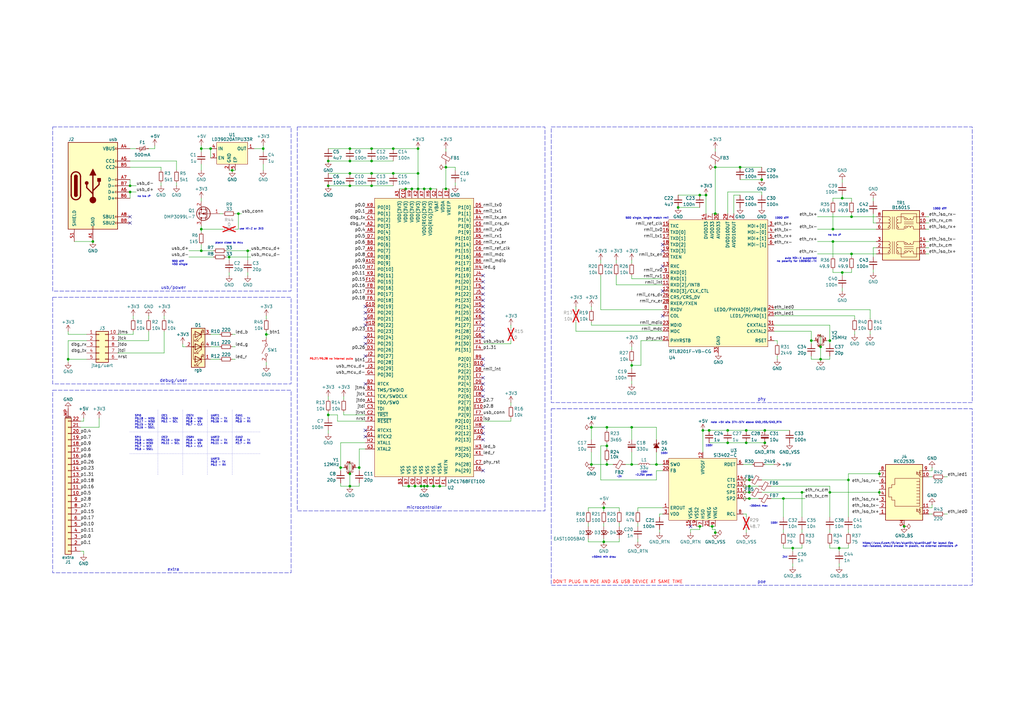
<source format=kicad_sch>
(kicad_sch (version 20231120) (generator "eeschema") (generator_version "8.0")
  (paper "A3")
  (junction (at 143.51 76.2))
  (junction (at 248.92 190.5))
  (junction (at 170.18 199.39))
  (junction (at 340.36 139.7))
  (junction (at 134.62 170.18))
  (junction (at 134.62 76.2))
  (junction (at 109.22 137.16))
  (junction (at 82.55 60.96))
  (junction (at 332.74 139.7))
  (junction (at 242.57 190.5))
  (junction (at 182.88 68.58))
  (junction (at 360.68 201.93))
  (junction (at 306.07 181.61))
  (junction (at 248.92 175.26))
  (junction (at 143.51 194.31))
  (junction (at 107.95 60.96))
  (junction (at 345.44 81.28))
  (junction (at 97.79 87.63))
  (junction (at 143.51 199.39))
  (junction (at 171.45 71.12))
  (junction (at 152.4 71.12))
  (junction (at 259.08 190.5))
  (junction (at 86.36 60.96))
  (junction (at 289.56 80.01))
  (junction (at 307.34 196.85))
  (junction (at 171.45 77.47))
  (junction (at 290.83 176.53))
  (junction (at 313.69 176.53))
  (junction (at 349.25 88.9))
  (junction (at 298.45 181.61))
  (junction (at 307.34 199.39))
  (junction (at 293.37 68.58))
  (junction (at 143.51 71.12))
  (junction (at 143.51 66.04))
  (junction (at 336.55 147.32))
  (junction (at 143.51 60.96))
  (junction (at 152.4 60.96))
  (junction (at 248.92 182.88))
  (junction (at 82.55 102.87))
  (junction (at 298.45 176.53))
  (junction (at 259.08 149.86))
  (junction (at 307.34 201.93))
  (junction (at 134.62 66.04))
  (junction (at 293.37 87.63))
  (junction (at 95.25 69.85))
  (junction (at 313.69 181.61))
  (junction (at 180.34 199.39))
  (junction (at 247.65 222.25))
  (junction (at 247.65 208.28))
  (junction (at 287.02 215.9))
  (junction (at 93.98 105.41))
  (junction (at 341.63 93.98))
  (junction (at 259.08 175.26))
  (junction (at 347.98 196.85))
  (junction (at 321.31 204.47))
  (junction (at 167.64 199.39))
  (junction (at 293.37 218.44))
  (junction (at 171.45 60.96))
  (junction (at 161.29 60.96))
  (junction (at 307.34 204.47))
  (junction (at 147.32 191.77))
  (junction (at 38.1 99.06))
  (junction (at 287.02 80.01))
  (junction (at 325.12 224.79))
  (junction (at 27.94 147.32))
  (junction (at 242.57 175.26))
  (junction (at 370.84 215.9))
  (junction (at 152.4 76.2))
  (junction (at 278.13 85.09))
  (junction (at 173.99 77.47))
  (junction (at 336.55 142.24))
  (junction (at 341.63 99.06))
  (junction (at 82.55 93.98))
  (junction (at 152.4 66.04))
  (junction (at 139.7 191.77))
  (junction (at 303.53 68.58))
  (junction (at 176.53 77.47))
  (junction (at 101.6 102.87))
  (junction (at 182.88 77.47))
  (junction (at 161.29 71.12))
  (junction (at 288.29 176.53))
  (junction (at 177.8 199.39))
  (junction (at 349.25 104.14))
  (junction (at 292.1 215.9))
  (junction (at 53.34 78.74))
  (junction (at 312.42 73.66))
  (junction (at 344.17 224.79))
  (junction (at 53.34 76.2))
  (junction (at 328.93 201.93))
  (junction (at 168.91 77.47))
  (junction (at 345.44 111.76))
  (junction (at 172.72 199.39))
  (junction (at 269.24 190.5))
  (junction (at 306.07 176.53))
  (junction (at 166.37 77.47))
  (junction (at 360.68 194.31))
  (junction (at 175.26 199.39))
  (junction (at 173.99 199.39))
  (junction (at 340.36 201.93))
  (no_connect (at 283.21 215.9))
  (no_connect (at 198.12 120.65))
  (no_connect (at 198.12 193.04))
  (no_connect (at 198.12 147.32))
  (no_connect (at 149.86 133.35))
  (no_connect (at 198.12 154.94))
  (no_connect (at 198.12 175.26))
  (no_connect (at 198.12 149.86))
  (no_connect (at 149.86 157.48))
  (no_connect (at 149.86 125.73))
  (no_connect (at 271.78 109.22))
  (no_connect (at 149.86 140.97))
  (no_connect (at 198.12 113.03))
  (no_connect (at 271.78 119.38))
  (no_connect (at 198.12 125.73))
  (no_connect (at 198.12 130.81))
  (no_connect (at 149.86 138.43))
  (no_connect (at 198.12 180.34))
  (no_connect (at 198.12 123.19))
  (no_connect (at 198.12 157.48))
  (no_connect (at 149.86 179.07))
  (no_connect (at 149.86 128.27))
  (no_connect (at 198.12 177.8))
  (no_connect (at 271.78 100.33))
  (no_connect (at 198.12 133.35))
  (no_connect (at 198.12 135.89))
  (no_connect (at 198.12 115.57))
  (no_connect (at 271.78 102.87))
  (no_connect (at 271.78 129.54))
  (no_connect (at 198.12 160.02))
  (no_connect (at 149.86 176.53))
  (no_connect (at 198.12 162.56))
  (no_connect (at 149.86 146.05))
  (no_connect (at 198.12 128.27))
  (no_connect (at 149.86 130.81))
  (no_connect (at 53.34 91.44))
  (no_connect (at 198.12 118.11))
  (no_connect (at 53.34 88.9))
  (no_connect (at 198.12 138.43))
  (wire (pts (xy 271.78 127) (xy 246.38 127)))
  (wire (pts (xy 86.36 142.24) (xy 90.17 142.24)))
  (wire (pts (xy 349.25 81.28) (xy 349.25 82.55)))
  (wire (pts (xy 248.92 176.53) (xy 248.92 175.26)))
  (wire (pts (xy 143.51 76.2) (xy 152.4 76.2)))
  (wire (pts (xy 143.51 71.12) (xy 152.4 71.12)))
  (wire (pts (xy 388.62 210.82) (xy 387.35 210.82)))
  (wire (pts (xy 312.42 78.74) (xy 312.42 80.01)))
  (wire (pts (xy 241.3 208.28) (xy 247.65 208.28)))
  (wire (pts (xy 336.55 137.16) (xy 336.55 142.24)))
  (wire (pts (xy 247.65 220.98) (xy 247.65 222.25)))
  (wire (pts (xy 341.63 99.06) (xy 341.63 105.41)))
  (wire (pts (xy 332.74 140.97) (xy 332.74 139.7)))
  (wire (pts (xy 270.51 217.17) (xy 270.51 218.44)))
  (wire (pts (xy 134.62 170.18) (xy 138.43 170.18)))
  (wire (pts (xy 347.98 196.85) (xy 347.98 212.09)))
  (wire (pts (xy 27.94 137.16) (xy 35.56 137.16)))
  (wire (pts (xy 345.44 113.03) (xy 345.44 111.76)))
  (wire (pts (xy 252.73 113.03) (xy 252.73 116.84)))
  (wire (pts (xy 77.47 102.87) (xy 82.55 102.87)))
  (wire (pts (xy 246.38 182.88) (xy 246.38 196.85)))
  (polyline (pts (xy 53.34 177.165) (xy 106.68 177.165)) (stroke (width 0) (type dot)))
  (wire (pts (xy 340.36 133.35) (xy 340.36 139.7)))
  (wire (pts (xy 259.08 185.42) (xy 259.08 190.5)))
  (wire (pts (xy 246.38 127) (xy 246.38 113.03)))
  (wire (pts (xy 283.21 217.17) (xy 287.02 217.17)))
  (wire (pts (xy 92.71 105.41) (xy 93.98 105.41)))
  (wire (pts (xy 67.31 129.54) (xy 67.31 130.81)))
  (wire (pts (xy 289.56 80.01) (xy 289.56 87.63)))
  (wire (pts (xy 356.87 135.89) (xy 356.87 137.16)))
  (wire (pts (xy 134.62 168.91) (xy 134.62 170.18)))
  (wire (pts (xy 177.8 199.39) (xy 180.34 199.39)))
  (wire (pts (xy 379.73 104.14) (xy 381 104.14)))
  (wire (pts (xy 259.08 156.21) (xy 259.08 157.48)))
  (wire (pts (xy 317.5 139.7) (xy 318.77 139.7)))
  (wire (pts (xy 171.45 60.96) (xy 171.45 71.12)))
  (wire (pts (xy 345.44 111.76) (xy 349.25 111.76)))
  (wire (pts (xy 95.25 147.32) (xy 96.52 147.32)))
  (wire (pts (xy 287.02 80.01) (xy 289.56 80.01)))
  (wire (pts (xy 269.24 193.04) (xy 271.78 193.04)))
  (wire (pts (xy 242.57 185.42) (xy 242.57 190.5)))
  (wire (pts (xy 332.74 146.05) (xy 332.74 147.32)))
  (wire (pts (xy 379.73 93.98) (xy 381 93.98)))
  (wire (pts (xy 270.51 210.82) (xy 270.51 212.09)))
  (wire (pts (xy 101.6 111.76) (xy 101.6 113.03)))
  (wire (pts (xy 175.26 199.39) (xy 177.8 199.39)))
  (wire (pts (xy 304.8 199.39) (xy 307.34 199.39)))
  (polyline (pts (xy 74.93 168.275) (xy 74.93 194.945)) (stroke (width 0) (type dot)))
  (wire (pts (xy 313.69 190.5) (xy 317.5 190.5)))
  (wire (pts (xy 335.28 99.06) (xy 341.63 99.06)))
  (wire (pts (xy 246.38 196.85) (xy 269.24 196.85)))
  (wire (pts (xy 96.52 93.98) (xy 97.79 93.98)))
  (wire (pts (xy 317.5 135.89) (xy 332.74 135.89)))
  (wire (pts (xy 138.43 172.72) (xy 149.86 172.72)))
  (wire (pts (xy 293.37 217.17) (xy 293.37 218.44)))
  (wire (pts (xy 261.62 220.98) (xy 261.62 222.25)))
  (wire (pts (xy 292.1 215.9) (xy 293.37 215.9)))
  (wire (pts (xy 259.08 148.59) (xy 259.08 149.86)))
  (wire (pts (xy 341.63 93.98) (xy 341.63 87.63)))
  (wire (pts (xy 293.37 217.17) (xy 292.1 217.17)))
  (wire (pts (xy 358.14 81.28) (xy 358.14 82.55)))
  (wire (pts (xy 110.49 137.16) (xy 109.22 137.16)))
  (wire (pts (xy 67.31 144.78) (xy 67.31 135.89)))
  (wire (pts (xy 328.93 201.93) (xy 330.2 201.93)))
  (wire (pts (xy 95.25 142.24) (xy 96.52 142.24)))
  (wire (pts (xy 182.88 77.47) (xy 184.15 77.47)))
  (wire (pts (xy 261.62 208.28) (xy 261.62 209.55)))
  (wire (pts (xy 93.98 105.41) (xy 93.98 106.68)))
  (wire (pts (xy 349.25 111.76) (xy 349.25 110.49)))
  (wire (pts (xy 347.98 194.31) (xy 347.98 196.85)))
  (wire (pts (xy 139.7 191.77) (xy 140.97 191.77)))
  (wire (pts (xy 359.41 104.14) (xy 349.25 104.14)))
  (wire (pts (xy 247.65 208.28) (xy 247.65 209.55)))
  (wire (pts (xy 172.72 199.39) (xy 173.99 199.39)))
  (wire (pts (xy 340.36 147.32) (xy 340.36 146.05)))
  (wire (pts (xy 344.17 224.79) (xy 347.98 224.79)))
  (wire (pts (xy 109.22 137.16) (xy 109.22 138.43)))
  (wire (pts (xy 109.22 129.54) (xy 109.22 130.81)))
  (wire (pts (xy 379.73 99.06) (xy 381 99.06)))
  (wire (pts (xy 358.14 87.63) (xy 358.14 91.44)))
  (wire (pts (xy 259.08 142.24) (xy 259.08 143.51)))
  (wire (pts (xy 77.47 105.41) (xy 87.63 105.41)))
  (polyline (pts (xy 85.09 168.275) (xy 85.09 194.945)) (stroke (width 0) (type dot)))
  (wire (pts (xy 307.34 204.47) (xy 311.15 204.47)))
  (wire (pts (xy 54.61 137.16) (xy 54.61 135.89)))
  (wire (pts (xy 149.86 181.61) (xy 139.7 181.61)))
  (wire (pts (xy 287.02 217.17) (xy 287.02 215.9)))
  (wire (pts (xy 186.69 74.93) (xy 186.69 76.2)))
  (wire (pts (xy 140.97 170.18) (xy 149.86 170.18)))
  (wire (pts (xy 139.7 193.04) (xy 139.7 191.77)))
  (wire (pts (xy 312.42 201.93) (xy 328.93 201.93)))
  (wire (pts (xy 198.12 140.97) (xy 209.55 140.97)))
  (wire (pts (xy 134.62 76.2) (xy 143.51 76.2)))
  (wire (pts (xy 143.51 194.31) (xy 143.51 199.39)))
  (wire (pts (xy 325.12 224.79) (xy 328.93 224.79)))
  (wire (pts (xy 143.51 199.39) (xy 147.32 199.39)))
  (wire (pts (xy 347.98 224.79) (xy 347.98 223.52)))
  (wire (pts (xy 340.36 224.79) (xy 344.17 224.79)))
  (wire (pts (xy 147.32 184.15) (xy 147.32 191.77)))
  (wire (pts (xy 317.5 129.54) (xy 350.52 129.54)))
  (wire (pts (xy 347.98 217.17) (xy 347.98 218.44)))
  (wire (pts (xy 152.4 66.04) (xy 161.29 66.04)))
  (wire (pts (xy 40.64 175.26) (xy 40.64 171.45)))
  (wire (pts (xy 97.79 93.98) (xy 97.79 87.63)))
  (wire (pts (xy 48.26 144.78) (xy 67.31 144.78)))
  (wire (pts (xy 336.55 147.32) (xy 340.36 147.32)))
  (wire (pts (xy 248.92 181.61) (xy 248.92 182.88)))
  (wire (pts (xy 340.36 139.7) (xy 340.36 140.97)))
  (wire (pts (xy 134.62 71.12) (xy 143.51 71.12)))
  (wire (pts (xy 236.22 132.08) (xy 236.22 135.89)))
  (wire (pts (xy 293.37 67.31) (xy 293.37 68.58)))
  (wire (pts (xy 312.42 196.85) (xy 347.98 196.85)))
  (wire (pts (xy 345.44 80.01) (xy 345.44 81.28)))
  (wire (pts (xy 209.55 172.72) (xy 209.55 171.45)))
  (wire (pts (xy 359.41 99.06) (xy 341.63 99.06)))
  (wire (pts (xy 306.07 181.61) (xy 313.69 181.61)))
  (wire (pts (xy 288.29 176.53) (xy 290.83 176.53)))
  (wire (pts (xy 27.94 147.32) (xy 35.56 147.32)))
  (wire (pts (xy 303.53 68.58) (xy 312.42 68.58)))
  (wire (pts (xy 248.92 189.23) (xy 248.92 190.5)))
  (wire (pts (xy 236.22 125.73) (xy 236.22 127)))
  (wire (pts (xy 176.53 77.47) (xy 179.07 77.47)))
  (wire (pts (xy 33.02 175.26) (xy 40.64 175.26)))
  (wire (pts (xy 358.14 110.49) (xy 358.14 111.76)))
  (wire (pts (xy 298.45 87.63) (xy 298.45 78.74)))
  (wire (pts (xy 287.02 215.9) (xy 288.29 215.9)))
  (wire (pts (xy 298.45 78.74) (xy 312.42 78.74)))
  (wire (pts (xy 82.55 59.69) (xy 82.55 60.96)))
  (wire (pts (xy 317.5 127) (xy 356.87 127)))
  (wire (pts (xy 293.37 87.63) (xy 294.64 87.63)))
  (wire (pts (xy 382.27 193.04) (xy 382.27 191.77)))
  (wire (pts (xy 72.39 66.04) (xy 72.39 69.85)))
  (wire (pts (xy 254 222.25) (xy 254 220.98)))
  (wire (pts (xy 304.8 201.93) (xy 307.34 201.93)))
  (wire (pts (xy 321.31 217.17) (xy 321.31 218.44)))
  (wire (pts (xy 321.31 223.52) (xy 321.31 224.79)))
  (wire (pts (xy 381 195.58) (xy 382.27 195.58)))
  (wire (pts (xy 53.34 68.58) (xy 66.04 68.58)))
  (wire (pts (xy 336.55 142.24) (xy 336.55 147.32)))
  (wire (pts (xy 198.12 172.72) (xy 209.55 172.72)))
  (wire (pts (xy 48.26 139.7) (xy 60.96 139.7)))
  (wire (pts (xy 27.94 135.89) (xy 27.94 137.16)))
  (wire (pts (xy 53.34 78.74) (xy 53.34 81.28)))
  (wire (pts (xy 147.32 191.77) (xy 147.32 193.04)))
  (wire (pts (xy 152.4 71.12) (xy 161.29 71.12)))
  (wire (pts (xy 335.28 104.14) (xy 349.25 104.14)))
  (wire (pts (xy 152.4 60.96) (xy 161.29 60.96)))
  (wire (pts (xy 321.31 224.79) (xy 325.12 224.79)))
  (wire (pts (xy 82.55 92.71) (xy 82.55 93.98)))
  (wire (pts (xy 60.96 129.54) (xy 60.96 130.81)))
  (wire (pts (xy 340.36 199.39) (xy 316.23 199.39)))
  (wire (pts (xy 139.7 198.12) (xy 139.7 199.39)))
  (wire (pts (xy 341.63 111.76) (xy 345.44 111.76)))
  (wire (pts (xy 332.74 139.7) (xy 334.01 139.7)))
  (wire (pts (xy 53.34 66.04) (xy 72.39 66.04)))
  (wire (pts (xy 293.37 60.96) (xy 293.37 62.23)))
  (wire (pts (xy 262.89 139.7) (xy 271.78 139.7)))
  (wire (pts (xy 82.55 93.98) (xy 91.44 93.98)))
  (wire (pts (xy 242.57 133.35) (xy 271.78 133.35)))
  (wire (pts (xy 93.98 111.76) (xy 93.98 113.03)))
  (wire (pts (xy 140.97 162.56) (xy 140.97 163.83)))
  (wire (pts (xy 269.24 196.85) (xy 269.24 193.04)))
  (wire (pts (xy 182.88 60.96) (xy 182.88 62.23)))
  (wire (pts (xy 303.53 73.66) (xy 312.42 73.66)))
  (wire (pts (xy 283.21 218.44) (xy 283.21 217.17)))
  (wire (pts (xy 171.45 71.12) (xy 161.29 71.12)))
  (wire (pts (xy 266.7 190.5) (xy 269.24 190.5)))
  (wire (pts (xy 381 193.04) (xy 382.27 193.04)))
  (wire (pts (xy 182.88 67.31) (xy 182.88 68.58)))
  (wire (pts (xy 95.25 69.85) (xy 96.52 69.85)))
  (wire (pts (xy 259.08 175.26) (xy 259.08 180.34)))
  (wire (pts (xy 161.29 60.96) (xy 171.45 60.96)))
  (wire (pts (xy 261.62 214.63) (xy 261.62 215.9)))
  (polyline (pts (xy 53.34 186.055) (xy 106.68 186.055)) (stroke (width 0) (type dot)))
  (wire (pts (xy 143.51 66.04) (xy 152.4 66.04)))
  (wire (pts (xy 170.18 199.39) (xy 172.72 199.39)))
  (wire (pts (xy 381 210.82) (xy 382.27 210.82)))
  (wire (pts (xy 248.92 175.26) (xy 259.08 175.26)))
  (wire (pts (xy 328.93 223.52) (xy 328.93 224.79)))
  (wire (pts (xy 252.73 116.84) (xy 271.78 116.84)))
  (wire (pts (xy 107.95 67.31) (xy 107.95 69.85)))
  (wire (pts (xy 359.41 88.9) (xy 349.25 88.9)))
  (wire (pts (xy 168.91 77.47) (xy 171.45 77.47)))
  (wire (pts (xy 86.36 60.96) (xy 86.36 64.77)))
  (wire (pts (xy 27.94 147.32) (xy 27.94 139.7)))
  (wire (pts (xy 96.52 87.63) (xy 97.79 87.63)))
  (wire (pts (xy 86.36 147.32) (xy 90.17 147.32)))
  (wire (pts (xy 82.55 93.98) (xy 82.55 95.25)))
  (wire (pts (xy 163.83 77.47) (xy 166.37 77.47)))
  (wire (pts (xy 304.8 204.47) (xy 307.34 204.47)))
  (wire (pts (xy 134.62 162.56) (xy 134.62 163.83)))
  (wire (pts (xy 90.17 87.63) (xy 91.44 87.63)))
  (wire (pts (xy 182.88 68.58) (xy 186.69 68.58)))
  (wire (pts (xy 300.99 80.01) (xy 303.53 80.01)))
  (wire (pts (xy 60.96 139.7) (xy 60.96 135.89)))
  (wire (pts (xy 247.65 214.63) (xy 247.65 215.9)))
  (wire (pts (xy 290.83 181.61) (xy 298.45 181.61)))
  (wire (pts (xy 82.55 67.31) (xy 82.55 69.85)))
  (wire (pts (xy 360.68 193.04) (xy 360.68 194.31)))
  (wire (pts (xy 304.8 196.85) (xy 307.34 196.85)))
  (wire (pts (xy 345.44 119.38) (xy 345.44 118.11)))
  (wire (pts (xy 82.55 60.96) (xy 82.55 62.23)))
  (wire (pts (xy 341.63 82.55) (xy 341.63 81.28)))
  (wire (pts (xy 182.88 68.58) (xy 182.88 77.47)))
  (wire (pts (xy 292.1 87.63) (xy 293.37 87.63)))
  (wire (pts (xy 209.55 133.35) (xy 209.55 134.62)))
  (wire (pts (xy 152.4 76.2) (xy 161.29 76.2)))
  (wire (pts (xy 74.93 142.24) (xy 76.2 142.24)))
  (wire (pts (xy 97.79 87.63) (xy 99.06 87.63)))
  (wire (pts (xy 304.8 210.82) (xy 306.07 210.82)))
  (wire (pts (xy 347.98 194.31) (xy 360.68 194.31)))
  (wire (pts (xy 165.1 199.39) (xy 167.64 199.39)))
  (wire (pts (xy 285.75 215.9) (xy 287.02 215.9)))
  (wire (pts (xy 93.98 105.41) (xy 102.87 105.41)))
  (wire (pts (xy 344.17 224.79) (xy 344.17 226.06)))
  (wire (pts (xy 321.31 204.47) (xy 330.2 204.47)))
  (wire (pts (xy 269.24 190.5) (xy 271.78 190.5)))
  (wire (pts (xy 53.34 78.74) (xy 55.88 78.74)))
  (wire (pts (xy 95.25 137.16) (xy 96.52 137.16)))
  (wire (pts (xy 248.92 190.5) (xy 251.46 190.5)))
  (wire (pts (xy 107.95 60.96) (xy 107.95 59.69)))
  (wire (pts (xy 101.6 102.87) (xy 102.87 102.87)))
  (wire (pts (xy 379.73 101.6) (xy 381 101.6)))
  (wire (pts (xy 53.34 73.66) (xy 53.34 76.2)))
  (wire (pts (xy 349.25 104.14) (xy 349.25 105.41)))
  (wire (pts (xy 304.8 190.5) (xy 308.61 190.5)))
  (wire (pts (xy 93.98 69.85) (xy 95.25 69.85)))
  (wire (pts (xy 278.13 80.01) (xy 287.02 80.01)))
  (wire (pts (xy 167.64 199.39) (xy 170.18 199.39)))
  (wire (pts (xy 293.37 87.63) (xy 293.37 68.58)))
  (wire (pts (xy 180.34 199.39) (xy 182.88 199.39)))
  (wire (pts (xy 138.43 170.18) (xy 138.43 172.72)))
  (wire (pts (xy 146.05 191.77) (xy 147.32 191.77)))
  (wire (pts (xy 358.14 101.6) (xy 359.41 101.6)))
  (wire (pts (xy 66.04 74.93) (xy 66.04 76.2)))
  (wire (pts (xy 109.22 135.89) (xy 109.22 137.16)))
  (wire (pts (xy 107.95 60.96) (xy 107.95 62.23)))
  (wire (pts (xy 82.55 60.96) (xy 86.36 60.96)))
  (wire (pts (xy 360.68 194.31) (xy 360.68 195.58)))
  (wire (pts (xy 382.27 208.28) (xy 382.27 207.01)))
  (wire (pts (xy 242.57 125.73) (xy 242.57 127)))
  (wire (pts (xy 293.37 68.58) (xy 303.53 68.58)))
  (wire (pts (xy 259.08 149.86) (xy 259.08 151.13)))
  (wire (pts (xy 134.62 66.04) (xy 143.51 66.04)))
  (wire (pts (xy 109.22 148.59) (xy 109.22 149.86)))
  (wire (pts (xy 345.44 73.66) (xy 345.44 74.93)))
  (wire (pts (xy 335.28 88.9) (xy 349.25 88.9)))
  (wire (pts (xy 350.52 137.16) (xy 350.52 135.89)))
  (wire (pts (xy 379.73 91.44) (xy 381 91.44)))
  (wire (pts (xy 248.92 175.26) (xy 242.57 175.26)))
  (wire (pts (xy 101.6 102.87) (xy 101.6 106.68)))
  (wire (pts (xy 340.36 201.93) (xy 340.36 212.09)))
  (polyline (pts (xy 95.25 168.275) (xy 95.25 194.945)) (stroke (width 0) (type dot)))
  (wire (pts (xy 27.94 139.7) (xy 35.56 139.7)))
  (wire (pts (xy 134.62 170.18) (xy 134.62 171.45)))
  (wire (pts (xy 259.08 113.03) (xy 259.08 114.3)))
  (wire (pts (xy 82.55 81.28) (xy 82.55 82.55)))
  (wire (pts (xy 269.24 180.34) (xy 269.24 175.26)))
  (wire (pts (xy 139.7 181.61) (xy 139.7 191.77)))
  (wire (pts (xy 259.08 114.3) (xy 271.78 114.3)))
  (wire (pts (xy 358.14 91.44) (xy 359.41 91.44)))
  (wire (pts (xy 388.62 195.58) (xy 387.35 195.58)))
  (wire (pts (xy 325.12 224.79) (xy 325.12 226.06)))
  (wire (pts (xy 147.32 199.39) (xy 147.32 198.12)))
  (wire (pts (xy 143.51 189.23) (xy 143.51 194.31)))
  (wire (pts (xy 269.24 185.42) (xy 269.24 190.5)))
  (wire (pts (xy 241.3 214.63) (xy 241.3 215.9)))
  (wire (pts (xy 318.77 139.7) (xy 318.77 140.97)))
  (wire (pts (xy 171.45 77.47) (xy 171.45 71.12)))
  (wire (pts (xy 328.93 217.17) (xy 328.93 218.44)))
  (wire (pts (xy 313.69 176.53) (xy 323.85 176.53)))
  (wire (pts (xy 360.68 201.93) (xy 360.68 203.2)))
  (wire (pts (xy 54.61 129.54) (xy 54.61 130.81)))
  (wire (pts (xy 30.48 99.06) (xy 38.1 99.06)))
  (wire (pts (xy 256.54 190.5) (xy 259.08 190.5)))
  (wire (pts (xy 341.63 81.28) (xy 345.44 81.28)))
  (wire (pts (xy 63.5 60.96) (xy 63.5 59.69)))
  (wire (pts (xy 72.39 74.93) (xy 72.39 76.2)))
  (wire (pts (xy 332.74 147.32) (xy 336.55 147.32)))
  (wire (pts (xy 246.38 106.68) (xy 246.38 107.95)))
  (wire (pts (xy 134.62 60.96) (xy 143.51 60.96)))
  (wire (pts (xy 173.99 199.39) (xy 175.26 199.39)))
  (wire (pts (xy 166.37 77.47) (xy 168.91 77.47)))
  (wire (pts (xy 271.78 210.82) (xy 270.51 210.82)))
  (wire (pts (xy 104.14 60.96) (xy 107.95 60.96)))
  (wire (pts (xy 339.09 139.7) (xy 340.36 139.7)))
  (wire (pts (xy 209.55 140.97) (xy 209.55 139.7)))
  (wire (pts (xy 53.34 60.96) (xy 55.88 60.96)))
  (wire (pts (xy 381 208.28) (xy 382.27 208.28)))
  (wire (pts (xy 33.02 226.06) (xy 34.29 226.06)))
  (wire (pts (xy 143.51 60.96) (xy 152.4 60.96)))
  (wire (pts (xy 53.34 76.2) (xy 55.88 76.2)))
  (wire (pts (xy 316.23 204.47) (xy 321.31 204.47)))
  (wire (pts (xy 48.26 137.16) (xy 54.61 137.16)))
  (wire (pts (xy 318.77 146.05) (xy 318.77 147.32)))
  (wire (pts (xy 242.57 190.5) (xy 248.92 190.5)))
  (wire (pts (xy 27.94 148.59) (xy 27.94 147.32)))
  (wire (pts (xy 171.45 77.47) (xy 173.99 77.47)))
  (wire (pts (xy 241.3 209.55) (xy 241.3 208.28)))
  (wire (pts (xy 236.22 135.89) (xy 271.78 135.89)))
  (wire (pts (xy 306.07 210.82) (xy 306.07 212.09)))
  (wire (pts (xy 300.99 87.63) (xy 300.99 80.01)))
  (wire (pts (xy 82.55 100.33) (xy 82.55 102.87)))
  (wire (pts (xy 307.34 199.39) (xy 311.15 199.39)))
  (wire (pts (xy 262.89 139.7) (xy 262.89 149.86)))
  (wire (pts (xy 86.36 137.16) (xy 90.17 137.16)))
  (wire (pts (xy 82.55 102.87) (xy 87.63 102.87)))
  (wire (pts (xy 340.36 201.93) (xy 340.36 199.39)))
  (wire (pts (xy 350.52 129.54) (xy 350.52 130.81)))
  (wire (pts (xy 358.14 105.41) (xy 358.14 101.6)))
  (wire (pts (xy 186.69 68.58) (xy 186.69 69.85)))
  (wire (pts (xy 292.1 217.17) (xy 292.1 215.9)))
  (polyline (pts (xy 64.77 168.275) (xy 64.77 194.945)) (stroke (width 0) (type dot)))
  (wire (pts (xy 34.29 226.06) (xy 34.29 227.33)))
  (wire (pts (xy 328.93 201.93) (xy 328.93 212.09)))
  (wire (pts (xy 147.32 184.15) (xy 149.86 184.15)))
  (wire (pts (xy 335.28 93.98) (xy 341.63 93.98)))
  (wire (pts (xy 298.45 176.53) (xy 306.07 176.53)))
  (wire (pts (xy 288.29 176.53) (xy 288.29 185.42)))
  (wire (pts (xy 345.44 81.28) (xy 349.25 81.28)))
  (wire (pts (xy 60.96 60.96) (xy 63.5 60.96)))
  (wire (pts (xy 340.36 223.52) (xy 340.36 224.79)))
  (wire (pts (xy 356.87 130.81) (xy 356.87 127)))
  (wire (pts (xy 332.74 135.89) (xy 332.74 139.7)))
  (wire (pts (xy 290.83 176.53) (xy 298.45 176.53)))
  (wire (pts (xy 242.57 175.26) (xy 242.57 180.34)))
  (wire (pts (xy 140.97 168.91) (xy 140.97 170.18)))
  (wire (pts (xy 344.17 231.14) (xy 344.17 232.41)))
  (wire (pts (xy 271.78 208.28) (xy 261.62 208.28)))
  (wire (pts (xy 248.92 182.88) (xy 248.92 184.15)))
  (wire (pts (xy 298.45 181.61) (xy 306.07 181.61)))
  (wire (pts (xy 34.29 172.72) (xy 34.29 171.45)))
  (wire (pts (xy 306.07 176.53) (xy 313.69 176.53)))
  (wire (pts (xy 349.25 88.9) (xy 349.25 87.63)))
  (wire (pts (xy 241.3 222.25) (xy 247.65 222.25)))
  (wire (pts (xy 209.55 165.1) (xy 209.55 166.37)))
  (wire (pts (xy 269.24 175.26) (xy 259.08 175.26)))
  (wire (pts (xy 181.61 77.47) (xy 182.88 77.47)))
  (wire (pts (xy 66.04 69.85) (xy 66.04 68.58)))
  (wire (pts (xy 247.65 208.28) (xy 254 208.28)))
  (wire (pts (xy 262.89 149.86) (xy 259.08 149.86)))
  (wire (pts (xy 173.99 77.47) (xy 176.53 77.47)))
  (wire (pts (xy 254 208.28) (xy 254 209.55)))
  (wire (pts (xy 259.08 190.5) (xy 261.62 190.5)))
  (wire (pts (xy 92.71 102.87) (xy 101.6 102.87)))
  (wire (pts (xy 340.36 217.17) (xy 340.36 218.44)))
  (wire (pts (xy 242.57 132.08) (xy 242.57 133.35)))
  (wire (pts (xy 74.93 140.97) (xy 74.93 142.24)))
  (wire (pts (xy 360.68 200.66) (xy 360.68 201.93)))
  (wire (pts (xy 241.3 220.98) (xy 241.3 222.25)))
  (wire (pts (xy 247.65 222.25) (xy 254 222.25)))
  (wire (pts (xy 139.7 199.39) (xy 143.51 199.39)))
  (wire (pts (xy 33.02 172.72) (xy 34.29 172.72)))
  (wire (pts (xy 325.12 231.14) (xy 325.12 232.41)))
  (wire (pts (xy 306.07 217.17) (xy 306.07 218.44)))
  (wire (pts (xy 290.83 215.9) (xy 292.1 215.9)))
  (wire (pts (xy 254 214.63) (xy 254 215.9)))
  (wire (pts (xy 259.08 106.68) (xy 259.08 107.95)))
  (wire (pts (xy 359.41 93.98) (xy 341.63 93.98)))
  (wire (pts (xy 252.73 106.68) (xy 252.73 107.95)))
  (wire (pts (xy 341.63 111.76) (xy 341.63 110.49)))
  (wire (pts (xy 317.5 133.35) (xy 340.36 133.35)))
  (wire (pts (xy 278.13 85.09) (xy 287.02 85.09)))
  (wire (pts (xy 379.73 88.9) (xy 381 88.9)))
  (wire (pts (xy 248.92 182.88) (xy 246.38 182.88)))
  (wire (pts (xy 134.62 176.53) (xy 134.62 177.8)))
  (wire (pts (xy 340.36 201.93) (xy 360.68 201.93)))
  (wire (pts (xy 321.31 204.47) (xy 321.31 212.09)))
  (rectangle (start 21.59 121.92) (end 119.38 157.48) (stroke (width 0) (type dash)))
  (rectangle (start 21.59 160.02) (end 119.38 234.95) (stroke (width 0) (type dash)))
  (rectangle (start 226.06 52.07) (end 398.78 165.1) (stroke (width 0) (type dash)))
  (rectangle (start 121.92 52.07) (end 223.52 209.55) (stroke (width 0) (type dash)))
  (rectangle (start 226.06 167.64) (end 398.78 240.03) (stroke (width 0) (type dash)))
  (rectangle (start 21.59 52.07) (end 119.38 119.38) (stroke (width 0) (type dash)))
  (text "use Hi-Z or 3V3" (at 103.124 93.98 0) (effects (font (size 0.762 0.762))))
  (text "~350mA max" (at 311.15 207.645 0) (effects (font (size 0.762 0.762))))
  (text "no tvs :P" (at 342.265 96.52 0) (effects (font (size 0.762 0.762))))
  (text "SPI0\nP0.18 - MOSI\nP0.17 - MISO\nP0.15 - SCK\nP0.16 - SSEL" (at 55.245 170.18 0) (effects (font (size 0.762 0.762)) (justify left top)))
  (text "I2STX\nP0.9 - SDA\nP0.8 - WS\nP0.7 - CLK" (at 76.2 170.18 0) (effects (font (size 0.762 0.762)) (justify left top)))
  (text "UART2\nP0.10 - TX\nP0.11 - RX" (at 86.36 179.07 0) (effects (font (size 0.762 0.762)) (justify left top)))
  (text "usb/power" (at 71.12 118.11 0) (effects (font (size 1.27 1.27))))
  (text "90Ω diff\n45Ω single" (at 70.485 107.95 0) (effects (font (size 0.762 0.762)) (justify left)))
  (text "UART1\nP0.15 - TX\nP0.16 - RX" (at 86.36 170.18 0) (effects (font (size 0.762 0.762)) (justify left top)))
  (text "https://www.ti.com/lit/an/slua454/slua454.pdf for layout tips\nnon-isolated, should encase in plastic, no external connectors :P" (at 353.695 223.52 0) (effects (font (size 0.762 0.762)) (justify left)))
  (text "50Ω single, length match rmii" (at 265.43 89.535 0) (effects (font (size 0.762 0.762))))
  (text "phy" (at 312.42 163.83 0) (effects (font (size 1.27 1.27))))
  (text "CAN2\nP2.8 - TX\nP2.7 - RX" (at 96.52 179.07 0) (effects (font (size 0.762 0.762)) (justify left top)))
  (text "no tvs :P" (at 59.055 80.645 0) (effects (font (size 0.762 0.762))))
  (text "100V" (at 272.415 186.055 0) (effects (font (size 0.762 0.762))))
  (text "extra" (at 71.12 233.68 0) (effects (font (size 1.27 1.27))))
  (text "microcontroller" (at 173.99 208.28 0) (effects (font (size 1.27 1.27))))
  (text "place close to mcu" (at 93.98 99.695 0) (effects (font (size 0.762 0.762))))
  (text "100V" (at 317.5 214.63 0) (effects (font (size 0.762 0.762))))
  (text "SPI1\nP0.9 - MOSI\nP0.8 - MISO\nP0.7 - SCK\nP0.6 - SSEL" (at 55.245 179.07 0) (effects (font (size 0.762 0.762)) (justify left top)))
  (text "100Ω diff" (at 320.675 89.535 0) (effects (font (size 0.762 0.762))))
  (text "100Ω diff" (at 385.445 85.725 0) (effects (font (size 0.762 0.762))))
  (text ">50mA min draw" (at 247.65 228.6 0) (effects (font (size 0.762 0.762))))
  (text "debug/user" (at 71.12 156.21 0) (effects (font (size 1.27 1.27))))
  (text "100V\n~2.25A peak" (at 264.16 194.31 0) (effects (font (size 0.762 0.762))))
  (text "100V" (at 290.83 182.88 0) (effects (font (size 0.762 0.762))))
  (text "P0.27/P0.28 no internal pulls" (at 135.89 147.32 0) (effects (font (size 0.762 0.762))))
  (text "auto MDI-X supported\nno polarity for 100BASE-TX" (at 335.026 106.68 0) (effects (font (size 0.762 0.762)) (justify right)))
  (text "note +5V sits 37V-57V above GND_VSS/GND_RTN" (at 291.465 173.355 0) (effects (font (size 0.762 0.762)) (justify left)))
  (text "~2A" (at 254 195.58 0) (effects (font (size 0.762 0.762))))
  (text "I2C1\nP0.0 - SDA\nP0.1 - SCL" (at 66.04 170.18 0) (effects (font (size 0.762 0.762)) (justify left top)))
  (text "I2C2\nP0.10 - SDA\nP0.11 - SCL" (at 66.04 179.07 0) (effects (font (size 0.762 0.762)) (justify left top)))
  (text "CAN1\nP0.1 - TX\nP0.0 - RX" (at 96.52 170.18 0) (effects (font (size 0.762 0.762)) (justify left top)))
  (text "2kV" (at 321.945 228.6 0) (effects (font (size 0.762 0.762))))
  (text "poe" (at 312.42 238.76 0) (effects (font (size 1.27 1.27))))
  (text "I2SRX\nP0.6 - SDA\nP0.5 - WS\nP0.4 - CLK" (at 76.2 179.07 0) (effects (font (size 0.762 0.762)) (justify left top)))
  (text "UART3\nP0.0 - TX\nP0.1 - RX" (at 86.36 187.96 0) (effects (font (size 0.762 0.762)) (justify left top)))
  (text "DON'T PLUG IN POE AND AS USB DEVICE AT SAME TIME" (at 253.365 238.76 0) (effects (font (size 1.27 1.27))))
  (label "usb_mcu_d+" (at 102.87 102.87 0))
  (label "led_r" (at 96.52 147.32 0))
  (label "dbg_rx" (at 35.56 142.24 180))
  (label "usb_mcu_d-" (at 149.86 153.67 180))
  (label "eth_led0" (at 388.62 210.82 0))
  (label "p0.6" (at 33.02 185.42 0))
  (label "rmii_rx_er" (at 271.78 124.46 180))
  (label "usb_vbus" (at 198.12 140.97 0))
  (label "rmii_rx0" (at 271.78 111.76 180))
  (label "btn1" (at 149.86 148.59 180))
  (label "usb_conn" (at 198.12 170.18 0))
  (label "p0.26" (at 33.02 190.5 0))
  (label "phy_rst" (at 198.12 190.5 0))
  (label "jtms" (at 149.86 160.02 180))
  (label "jtdi" (at 149.86 167.64 180))
  (label "usb_d+" (at 55.88 78.74 0))
  (label "p1.31" (at 198.12 143.51 0))
  (label "p0.15" (at 33.02 210.82 0))
  (label "jtms" (at 48.26 137.16 0))
  (label "usb_d-" (at 77.47 105.41 180))
  (label "jtrst" (at 149.86 170.18 180))
  (label "eth_rx_cm" (at 330.2 201.93 0))
  (label "led_b" (at 96.52 137.16 0))
  (label "jtck" (at 149.86 162.56 180))
  (label "jtdo" (at 48.26 142.24 0))
  (label "p0.0" (at 33.02 220.98 0))
  (label "eth_rx+" (at 335.28 99.06 180))
  (label "rmii_rx_er" (at 198.12 100.33 0))
  (label "eth_iso_tx+" (at 381 104.14 0))
  (label "rmii_ref_clk" (at 271.78 92.71 180))
  (label "p0.9" (at 149.86 107.95 180))
  (label "p0.8" (at 149.86 105.41 180))
  (label "p0.23" (at 33.02 193.04 0))
  (label "rmii_mdc" (at 271.78 135.89 180))
  (label "usb_conn" (at 99.06 87.63 0))
  (label "eth_rx-" (at 317.5 100.33 0))
  (label "p0.4" (at 33.02 177.8 0))
  (label "btn1" (at 110.49 137.16 0))
  (label "led_b" (at 198.12 184.15 0))
  (label "eth_tx_cm" (at 330.2 204.47 0))
  (label "rmii_rx1" (at 271.78 114.3 180))
  (label "led_g" (at 96.52 142.24 0))
  (label "eth_iso_rx+" (at 360.68 205.74 180))
  (label "phy_rst" (at 271.78 139.7 180))
  (label "p0.11" (at 149.86 113.03 180))
  (label "eth_iso_tx-" (at 360.68 208.28 180))
  (label "p2.8" (at 198.12 167.64 0))
  (label "rmii_int" (at 271.78 116.84 180))
  (label "rmii_tx1" (at 198.12 87.63 0))
  (label "eth_tx-" (at 335.28 93.98 180))
  (label "p0.17" (at 33.02 213.36 0))
  (label "rmii_tx0" (at 198.12 85.09 0))
  (label "p0.26" (at 149.86 143.51 180))
  (label "rmii_crs_dv" (at 271.78 121.92 180))
  (label "led_r" (at 198.12 186.69 0))
  (label "p0.16" (at 33.02 200.66 0))
  (label "p0.11" (at 33.02 218.44 0))
  (label "p0.18" (at 149.86 123.19 180))
  (label "p2.7" (at 198.12 165.1 0))
  (label "rmii_tx_en" (at 198.12 90.17 0))
  (label "eth_iso_rx+" (at 381 93.98 0))
  (label "eth_iso_tx-" (at 381 99.06 0))
  (label "rmii_tx_en" (at 271.78 105.41 180))
  (label "jtdo" (at 149.86 165.1 180))
  (label "p0.18" (at 33.02 198.12 0))
  (label "p0.1" (at 149.86 87.63 180))
  (label "usb_d+" (at 77.47 102.87 180))
  (label "p2.8" (at 33.02 205.74 0))
  (label "jtck" (at 48.26 139.7 0))
  (label "rmii_tx0" (at 271.78 95.25 180))
  (label "p0.16" (at 149.86 118.11 180))
  (label "eth_tx+" (at 317.5 92.71 0))
  (label "p2.7" (at 33.02 208.28 0))
  (label "rmii_crs_dv" (at 198.12 92.71 0))
  (label "eth_tx-" (at 317.5 95.25 0))
  (label "p0.7" (at 149.86 102.87 180))
  (label "isp" (at 198.12 172.72 0))
  (label "rmii_mdc" (at 198.12 105.41 0))
  (label "eth_led1" (at 317.5 129.54 0))
  (label "nrst" (at 48.26 147.32 0))
  (label "p0.4" (at 149.86 95.25 180))
  (label "eth_led1" (at 388.62 195.58 0))
  (label "usb_mcu_d+" (at 149.86 151.13 180))
  (label "p0.15" (at 149.86 115.57 180))
  (label "rmii_ref_clk" (at 198.12 102.87 0))
  (label "p0.1" (at 33.02 223.52 0))
  (label "dbg_rx" (at 149.86 92.71 180))
  (label "eth_tx_cm" (at 381 101.6 0))
  (label "eth_iso_rx-" (at 360.68 198.12 180))
  (label "p0.23" (at 149.86 135.89 180))
  (label "p0.7" (at 33.02 180.34 0))
  (label "eth_rx_cm" (at 381 91.44 0))
  (label "usb_mcu_d-" (at 102.87 105.41 0))
  (label "jtdi" (at 48.26 144.78 0))
  (label "led_g" (at 198.12 110.49 0))
  (label "eth_led0" (at 317.5 127 0))
  (label "usb_d-" (at 55.88 76.2 0))
  (label "p0.0" (at 149.86 85.09 180))
  (label "eth_iso_rx-" (at 381 88.9 0))
  (label "eth_rx+" (at 317.5 97.79 0))
  (label "p0.5" (at 33.02 203.2 0))
  (label "rmii_mdio" (at 198.12 107.95 0))
  (label "eth_rx-" (at 335.28 104.14 180))
  (label "p0.17" (at 149.86 120.65 180))
  (label "rmii_rx0" (at 198.12 95.25 0))
  (label "rmii_int" (at 198.12 152.4 0))
  (label "nrst" (at 149.86 172.72 180))
  (label "p0.10" (at 149.86 110.49 180))
  (label "rmii_mdio" (at 271.78 133.35 180))
  (label "p0.6" (at 149.86 100.33 180))
  (label "rmii_rx1" (at 198.12 97.79 0))
  (label "eth_tx+" (at 335.28 88.9 180))
  (label "eth_iso_tx+" (at 360.68 210.82 180))
  (label "p0.10" (at 33.02 215.9 0))
  (label "dbg_tx" (at 35.56 144.78 180))
  (label "p1.31" (at 33.02 195.58 0))
  (label "p0.9" (at 33.02 182.88 0))
  (label "dbg_tx" (at 149.86 90.17 180))
  (label "p0.5" (at 149.86 97.79 180))
  (label "rmii_tx1" (at 271.78 97.79 180))
  (label "p0.8" (at 33.02 187.96 0))
  (symbol (lib_id "Device:R_Small") (at 350.52 133.35 0) (unit 1)
    (property "Reference" "R40" (at 351.79 132.08 0) (effects (justify left)))
    (property "Value" "10k" (at 351.79 134.62 0) (effects (justify left)))
    (property "Footprint" "Resistor_SMD:R_0402_1005Metric" (effects (hide yes)))
    (property "Description" "Resistor, small symbol" (effects (hide yes)))
  )
  (symbol (lib_id "Device:R_Small") (at 259.08 146.05 0) (mirror y) (unit 1)
    (property "Reference" "R27" (at 257.81 144.78 0) (effects (justify left)))
    (property "Value" "10k" (at 257.81 147.32 0) (effects (justify left)))
    (property "Footprint" "Resistor_SMD:R_0402_1005Metric" (effects (hide yes)))
    (property "Description" "Resistor, small symbol" (effects (hide yes)))
  )
  (symbol (lib_id "Device:C_Small") (at 242.57 182.88 0) (mirror y) (unit 1)
    (property "Reference" "C17" (at 240.665 181.61 0) (effects (justify left)))
    (property "Value" "10u" (at 240.665 184.15 0) (effects (justify left)))
    (property "Footprint" "Capacitor_SMD:C_0805_2012Metric" (effects (hide yes)))
    (property "Description" "Unpolarized capacitor, small symbol" (effects (hide yes)))
  )
  (symbol (lib_id "Device:R_Small") (at 209.55 168.91 0) (unit 1)
    (property "Reference" "R16" (at 210.82 167.64 0) (effects (justify left)))
    (property "Value" "10k" (at 210.82 170.18 0) (effects (justify left)))
    (property "Footprint" "Resistor_SMD:R_0402_1005Metric" (effects (hide yes)))
    (property "Description" "Resistor, small symbol" (effects (hide yes)))
  )
  (symbol (lib_id "Device:FerriteBead_Small") (at 309.88 196.85 90) (unit 1)
    (property "Reference" "FB4" (at 307.34 195.58 90))
    (property "Value" "FerriteBead_Small" (effects (hide yes)))
    (property "Footprint" "Inductor_SMD:L_0402_1005Metric" (effects (hide yes)))
    (property "Description" "Ferrite bead, small symbol" (effects (hide yes)))
  )
  (symbol (lib_id "power:PWR_FLAG") (at 307.34 204.47 90) (unit 1)
    (property "Reference" "#FLG06" (effects (hide yes)))
    (property "Value" "PWR_FLAG" (effects (hide yes)))
    (property "Description" "Special symbol for telling ERC where power comes from" (effects (hide yes)))
  )
  (symbol (lib_id "power:GND") (at 242.57 190.5 0) (unit 1)
    (property "Reference" "#PWR040" (effects (hide yes)))
    (property "Value" "GND" (at 242.57 194.31 0))
    (property "Description" "Power symbol creates a global label with name \"GND\" , ground" (effects (hide yes)))
  )
  (symbol (lib_id "Device:C_Small") (at 328.93 214.63 0) (unit 1)
    (property "Reference" "C35" (at 330.835 213.36 0) (effects (justify left)))
    (property "Value" "10n" (at 330.835 215.9 0) (effects (justify left)))
    (property "Footprint" "Capacitor_SMD:C_0402_1005Metric" (effects (hide yes)))
    (property "Description" "Unpolarized capacitor, small symbol" (effects (hide yes)))
  )
  (symbol (lib_id "Device:Q_PMOS_GSD") (at 85.09 87.63 180) (unit 1)
    (property "Reference" "Q1" (at 80.01 86.36 0) (effects (justify left)))
    (property "Value" "DMP3099L-7" (at 80.01 88.9 0) (effects (justify left)))
    (property "Footprint" "Package_TO_SOT_SMD:SOT-23" (effects (hide yes)))
    (property "Description" "P-MOSFET transistor, gate/source/drain" (effects (hide yes)))
  )
  (symbol (lib_id "Device:R_Small") (at 340.36 220.98 0) (unit 1)
    (property "Reference" "R34" (at 341.63 219.71 0) (effects (justify left)))
    (property "Value" "75" (at 341.63 222.25 0) (effects (justify left)))
    (property "Footprint" "Resistor_SMD:R_0402_1005Metric" (effects (hide yes)))
    (property "Description" "Resistor, small symbol" (effects (hide yes)))
  )
  (symbol (lib_id "Device:C_Small") (at 358.14 107.95 0) (mirror y) (unit 1)
    (property "Reference" "C43" (at 356.235 106.68 0) (effects (justify left)))
    (property "Value" "100n" (at 356.235 109.22 0) (effects (justify left)))
    (property "Footprint" "Capacitor_SMD:C_0402_1005Metric" (effects (hide yes)))
    (property "Description" "Unpolarized capacitor, small symbol" (effects (hide yes)))
  )
  (symbol (lib_id "Device:R_Small") (at 328.93 220.98 0) (unit 1)
    (property "Reference" "R33" (at 330.2 219.71 0) (effects (justify left)))
    (property "Value" "75" (at 330.2 222.25 0) (effects (justify left)))
    (property "Footprint" "Resistor_SMD:R_0402_1005Metric" (effects (hide yes)))
    (property "Description" "Resistor, small symbol" (effects (hide yes)))
  )
  (symbol (lib_id "Device:C_Small") (at 101.6 109.22 0) (unit 1)
    (property "Reference" "C3" (at 103.505 107.95 0) (effects (justify left)))
    (property "Value" "20p" (at 103.505 110.49 0) (effects (justify left)))
    (property "Footprint" "Capacitor_SMD:C_0402_1005Metric" (effects (hide yes)))
    (property "Description" "Unpolarized capacitor, small symbol" (effects (hide yes)))
  )
  (symbol (lib_id "power:GND1") (at 313.69 181.61 0) (mirror y) (unit 1)
    (property "Reference" "#PWR061" (effects (hide yes)))
    (property "Value" "GND_RTN" (at 313.69 185.42 0))
    (property "Description" "Power symbol creates a global label with name \"GND1\" , ground" (effects (hide yes)))
  )
  (symbol (lib_id "power:+3V3") (at 289.56 80.01 0) (unit 1)
    (property "Reference" "#PWR051" (effects (hide yes)))
    (property "Value" "+3V3" (at 289.56 76.2 0))
    (property "Description" "Power symbol creates a global label with name \"+3V3\"" (effects (hide yes)))
  )
  (symbol (lib_id "power:GND") (at 93.98 113.03 0) (unit 1)
    (property "Reference" "#PWR018" (effects (hide yes)))
    (property "Value" "GND" (at 93.98 116.84 0))
    (property "Description" "Power symbol creates a global label with name \"GND\" , ground" (effects (hide yes)))
  )
  (symbol (lib_id "power:GND") (at 134.62 76.2 0) (unit 1)
    (property "Reference" "#PWR025" (effects (hide yes)))
    (property "Value" "GND" (at 134.62 80.01 0))
    (property "Description" "Power symbol creates a global label with name \"GND\" , ground" (effects (hide yes)))
  )
  (symbol (lib_id "Device:C_Small") (at 93.98 109.22 0) (unit 1)
    (property "Reference" "C2" (at 95.885 107.95 0) (effects (justify left)))
    (property "Value" "20p" (at 95.885 110.49 0) (effects (justify left)))
    (property "Footprint" "Capacitor_SMD:C_0402_1005Metric" (effects (hide yes)))
    (property "Description" "Unpolarized capacitor, small symbol" (effects (hide yes)))
  )
  (symbol (lib_id "power:+3V3") (at 252.73 106.68 0) (unit 1)
    (property "Reference" "#PWR043" (effects (hide yes)))
    (property "Value" "+3V3" (at 252.73 102.87 0))
    (property "Description" "Power symbol creates a global label with name \"+3V3\"" (effects (hide yes)))
  )
  (symbol (lib_id "Device:R_Small") (at 209.55 137.16 0) (unit 1) (dnp yes)
    (property "Reference" "R15" (at 210.82 135.89 0) (effects (justify left)))
    (property "Value" "0" (at 210.82 138.43 0) (effects (justify left)))
    (property "Footprint" "Resistor_SMD:R_0402_1005Metric" (effects (hide yes)))
    (property "Description" "Resistor, small symbol" (effects (hide yes)))
  )
  (symbol (lib_id "Device:C_Small") (at 345.44 115.57 0) (mirror y) (unit 1)
    (property "Reference" "C40" (at 343.535 114.3 0) (effects (justify left)))
    (property "Value" "100n" (at 343.535 116.84 0) (effects (justify left)))
    (property "Footprint" "Capacitor_SMD:C_0402_1005Metric" (effects (hide yes)))
    (property "Description" "Unpolarized capacitor, small symbol" (effects (hide yes)))
  )
  (symbol (lib_id "power:PWR_FLAG") (at 293.37 218.44 270) (unit 1)
    (property "Reference" "#FLG08" (effects (hide yes)))
    (property "Value" "PWR_FLAG" (effects (hide yes)))
    (property "Description" "Special symbol for telling ERC where power comes from" (effects (hide yes)))
  )
  (symbol (lib_id "Device:C_Polarized_Small") (at 259.08 182.88 0) (unit 1)
    (property "Reference" "C18" (at 260.985 181.61 0) (effects (justify left)))
    (property "Value" "330u" (at 260.985 184.15 0) (effects (justify left)))
    (property "Footprint" "Capacitor_SMD:CP_Elec_6.3x7.7" (effects (hide yes)))
    (property "Description" "Polarized capacitor, small symbol" (effects (hide yes)))
  )
  (symbol (lib_id "power:PWR_FLAG") (at 293.37 68.58 90) (unit 1)
    (property "Reference" "#FLG01" (effects (hide yes)))
    (property "Value" "PWR_FLAG" (effects (hide yes)))
    (property "Description" "Special symbol for telling ERC where power comes from" (effects (hide yes)))
  )
  (symbol (lib_id "power:+3V3") (at 171.45 60.96 0) (unit 1)
    (property "Reference" "#PWR030" (effects (hide yes)))
    (property "Value" "+3V3" (at 171.45 57.15 0))
    (property "Description" "Power symbol creates a global label with name \"+3V3\"" (effects (hide yes)))
  )
  (symbol (lib_id "Device:C_Small") (at 152.4 63.5 0) (unit 1)
    (property "Reference" "C12" (at 154.305 62.23 0) (effects (justify left)))
    (property "Value" "100n" (at 154.305 64.77 0) (effects (justify left)))
    (property "Footprint" "Capacitor_SMD:C_0402_1005Metric" (effects (hide yes)))
    (property "Description" "Unpolarized capacitor, small symbol" (effects (hide yes)))
  )
  (symbol (lib_id "Device:R_Small") (at 349.25 85.09 0) (mirror y) (unit 1)
    (property "Reference" "R38" (at 347.98 83.82 0) (effects (justify left)))
    (property "Value" "49.9" (at 347.98 86.36 0) (effects (justify left)))
    (property "Footprint" "Resistor_SMD:R_0402_1005Metric" (effects (hide yes)))
    (property "Description" "Resistor, small symbol" (effects (hide yes)))
  )
  (symbol (lib_id "Device:R_Small") (at 241.3 212.09 0) (mirror y) (unit 1)
    (property "Reference" "R18" (at 240.03 210.82 0) (effects (justify left)))
    (property "Value" "100" (at 240.03 213.36 0) (effects (justify left)))
    (property "Footprint" "Resistor_SMD:R_0603_1608Metric" (effects (hide yes)))
    (property "Description" "Resistor, small symbol" (effects (hide yes)))
  )
  (symbol (lib_id "Device:R_Small") (at 252.73 110.49 0) (mirror y) (unit 1)
    (property "Reference" "R22" (at 251.46 109.22 0) (effects (justify left)))
    (property "Value" "10k" (at 251.46 111.76 0) (effects (justify left)))
    (property "Footprint" "Resistor_SMD:R_0402_1005Metric" (effects (hide yes)))
    (property "Description" "Resistor, small symbol" (effects (hide yes)))
  )
  (symbol (lib_id "Device:C_Small") (at 139.7 195.58 0) (mirror y) (unit 1)
    (property "Reference" "C8" (at 137.795 194.31 0) (effects (justify left)))
    (property "Value" "20p" (at 137.795 196.85 0) (effects (justify left)))
    (property "Footprint" "Capacitor_SMD:C_0402_1005Metric" (effects (hide yes)))
    (property "Description" "Unpolarized capacitor, small symbol" (effects (hide yes)))
  )
  (symbol (lib_id "Device:C_Small") (at 345.44 77.47 0) (mirror y) (unit 1)
    (property "Reference" "C39" (at 343.535 76.2 0) (effects (justify left)))
    (property "Value" "100n" (at 343.535 78.74 0) (effects (justify left)))
    (property "Footprint" "Capacitor_SMD:C_0402_1005Metric" (effects (hide yes)))
    (property "Description" "Unpolarized capacitor, small symbol" (effects (hide yes)))
  )
  (symbol (lib_id "power:GND") (at 259.08 157.48 0) (unit 1)
    (property "Reference" "#PWR046" (effects (hide yes)))
    (property "Value" "GND" (at 259.08 161.29 0))
    (property "Description" "Power symbol creates a global label with name \"GND\" , ground" (effects (hide yes)))
  )
  (symbol (lib_id "power:GND") (at 358.14 111.76 0) (unit 1)
    (property "Reference" "#PWR071" (effects (hide yes)))
    (property "Value" "GND" (at 358.14 115.57 0))
    (property "Description" "Power symbol creates a global label with name \"GND\" , ground" (effects (hide yes)))
  )
  (symbol (lib_id "power:GND1") (at 306.07 218.44 0) (unit 1)
    (property "Reference" "#PWR057" (effects (hide yes)))
    (property "Value" "GND_VSS" (at 306.07 222.25 0))
    (property "Description" "Power symbol creates a global label with name \"GND1\" , ground" (effects (hide yes)))
  )
  (symbol (lib_id "power:GND") (at 186.69 76.2 0) (unit 1)
    (property "Reference" "#PWR033" (effects (hide yes)))
    (property "Value" "GND" (at 186.69 80.01 0))
    (property "Description" "Power symbol creates a global label with name \"GND\" , ground" (effects (hide yes)))
  )
  (symbol (lib_id "power:GND") (at 82.55 69.85 0) (unit 1)
    (property "Reference" "#PWR016" (effects (hide yes)))
    (property "Value" "GND" (at 82.55 73.66 0))
    (property "Description" "Power symbol creates a global label with name \"GND\" , ground" (effects (hide yes)))
  )
  (symbol (lib_id "power:GND") (at 134.62 177.8 0) (unit 1)
    (property "Reference" "#PWR027" (effects (hide yes)))
    (property "Value" "GND" (at 134.62 181.61 0))
    (property "Description" "Power symbol creates a global label with name \"GND\" , ground" (effects (hide yes)))
  )
  (symbol (lib_id "Device:LED_Small") (at 247.65 218.44 270) (mirror x) (unit 1)
    (property "Reference" "D3" (at 246.38 218.44 90) (effects (justify right)))
    (property "Value" "EAST1005BA0" (effects (hide yes)))
    (property "Footprint" "LED_SMD:LED_0402_1005Metric" (effects (hide yes)))
    (property "Description" "Light emitting diode, small symbol" (effects (hide yes)))
  )
  (symbol (lib_id "Device:R_Small") (at 347.98 220.98 0) (unit 1)
    (property "Reference" "R37" (at 349.25 219.71 0) (effects (justify left)))
    (property "Value" "75" (at 349.25 222.25 0) (effects (justify left)))
    (property "Footprint" "Resistor_SMD:R_0402_1005Metric" (effects (hide yes)))
    (property "Description" "Resistor, small symbol" (effects (hide yes)))
  )
  (symbol (lib_id "power:+3V3") (at 134.62 162.56 0) (unit 1)
    (property "Reference" "#PWR026" (effects (hide yes)))
    (property "Value" "+3V3" (at 134.62 158.75 0))
    (property "Description" "Power symbol creates a global label with name \"+3V3\"" (effects (hide yes)))
  )
  (symbol (lib_id "power:GND") (at 34.29 227.33 0) (unit 1)
    (property "Reference" "#PWR05" (effects (hide yes)))
    (property "Value" "GND" (at 34.29 231.14 0))
    (property "Description" "Power symbol creates a global label with name \"GND\" , ground" (effects (hide yes)))
  )
  (symbol (lib_id "Device:R_Small") (at 72.39 72.39 0) (unit 1)
    (property "Reference" "R5" (at 73.66 71.12 0) (effects (justify left)))
    (property "Value" "5k1" (at 73.66 73.66 0) (effects (justify left)))
    (property "Footprint" "Resistor_SMD:R_0402_1005Metric" (effects (hide yes)))
    (property "Description" "Resistor, small symbol" (effects (hide yes)))
  )
  (symbol (lib_id "Device:R_Small") (at 67.31 133.35 0) (unit 1)
    (property "Reference" "R4" (at 68.58 132.08 0) (effects (justify left)))
    (property "Value" "10k" (at 68.58 134.62 0) (effects (justify left)))
    (property "Footprint" "Resistor_SMD:R_0402_1005Metric" (effects (hide yes)))
    (property "Description" "Resistor, small symbol" (effects (hide yes)))
  )
  (symbol (lib_id "Device:C_Small") (at 303.53 82.55 0) (unit 1)
    (property "Reference" "C26" (at 305.435 81.28 0) (effects (justify left)))
    (property "Value" "100n" (at 305.435 83.82 0) (effects (justify left)))
    (property "Footprint" "Capacitor_SMD:C_0402_1005Metric" (effects (hide yes)))
    (property "Description" "Unpolarized capacitor, small symbol" (effects (hide yes)))
  )
  (symbol (lib_id "Device:R_Small") (at 236.22 129.54 0) (mirror y) (unit 1) (dnp yes)
    (property "Reference" "R17" (at 234.95 128.27 0) (effects (justify left)))
    (property "Value" "10k" (at 234.95 130.81 0) (effects (justify left)))
    (property "Footprint" "Resistor_SMD:R_0402_1005Metric" (effects (hide yes)))
    (property "Description" "Resistor, small symbol" (effects (hide yes)))
  )
  (symbol (lib_id "Device:C_Small") (at 287.02 82.55 0) (mirror y) (unit 1)
    (property "Reference" "C23" (at 285.115 81.28 0) (effects (justify left)))
    (property "Value" "100n" (at 285.115 83.82 0) (effects (justify left)))
    (property "Footprint" "Capacitor_SMD:C_0402_1005Metric" (effects (hide yes)))
    (property "Description" "Unpolarized capacitor, small symbol" (effects (hide yes)))
  )
  (symbol (lib_id "Device:C_Small") (at 82.55 64.77 0) (mirror y) (unit 1)
    (property "Reference" "C1" (at 80.645 63.5 0) (effects (justify left)))
    (property "Value" "1u" (at 80.645 66.04 0) (effects (justify left)))
    (property "Footprint" "Capacitor_SMD:C_0402_1005Metric" (effects (hide yes)))
    (property "Description" "Unpolarized capacitor, small symbol" (effects (hide yes)))
  )
  (symbol (lib_id "power:PWR_FLAG") (at 307.34 196.85 90) (unit 1)
    (property "Reference" "#FLG03" (effects (hide yes)))
    (property "Value" "PWR_FLAG" (effects (hide yes)))
    (property "Description" "Special symbol for telling ERC where power comes from" (effects (hide yes)))
  )
  (symbol (lib_id "Device:C_Small") (at 143.51 63.5 0) (unit 1)
    (property "Reference" "C9" (at 145.415 62.23 0) (effects (justify left)))
    (property "Value" "100n" (at 145.415 64.77 0) (effects (justify left)))
    (property "Footprint" "Capacitor_SMD:C_0402_1005Metric" (effects (hide yes)))
    (property "Description" "Unpolarized capacitor, small symbol" (effects (hide yes)))
  )
  (symbol (lib_id "Device:R_Small") (at 321.31 220.98 0) (unit 1)
    (property "Reference" "R32" (at 322.58 219.71 0) (effects (justify left)))
    (property "Value" "75" (at 322.58 222.25 0) (effects (justify left)))
    (property "Footprint" "Resistor_SMD:R_0402_1005Metric" (effects (hide yes)))
    (property "Description" "Resistor, small symbol" (effects (hide yes)))
  )
  (symbol (lib_id "power:GND") (at 356.87 137.16 0) (unit 1)
    (property "Reference" "#PWR069" (effects (hide yes)))
    (property "Value" "GND" (at 356.87 140.97 0))
    (property "Description" "Power symbol creates a global label with name \"GND\" , ground" (effects (hide yes)))
  )
  (symbol (lib_id "Device:C_Small") (at 358.14 85.09 0) (mirror y) (unit 1)
    (property "Reference" "C42" (at 356.235 83.82 0) (effects (justify left)))
    (property "Value" "100n" (at 356.235 86.36 0) (effects (justify left)))
    (property "Footprint" "Capacitor_SMD:C_0402_1005Metric" (effects (hide yes)))
    (property "Description" "Unpolarized capacitor, small symbol" (effects (hide yes)))
  )
  (symbol (lib_id "Device:C_Small") (at 186.69 72.39 0) (unit 1)
    (property "Reference" "C16" (at 188.595 71.12 0) (effects (justify left)))
    (property "Value" "1u" (at 188.595 73.66 0) (effects (justify left)))
    (property "Footprint" "Capacitor_SMD:C_0402_1005Metric" (effects (hide yes)))
    (property "Description" "Unpolarized capacitor, small symbol" (effects (hide yes)))
  )
  (symbol (lib_id "Device:R_Small") (at 93.98 93.98 90) (unit 1) (dnp yes)
    (property "Reference" "R44" (at 93.98 90.17 90))
    (property "Value" "0" (at 93.98 92.075 90))
    (property "Footprint" "Resistor_SMD:R_0402_1005Metric" (effects (hide yes)))
    (property "Description" "Resistor, small symbol" (effects (hide yes)))
  )
  (symbol (lib_id "Device:LED_RABG") (at 81.28 142.24 180) (unit 1)
    (property "Reference" "D1" (at 81.28 133.35 0))
    (property "Value" "rgb" (at 81.28 151.765 0))
    (property "Footprint" "Resistor_SMD:R_Array_Convex_2x0606" (effects (hide yes)))
  )
  (symbol (lib_id "power:GND") (at 382.27 207.01 180) (unit 1)
    (property "Reference" "#PWR074" (effects (hide yes)))
    (property "Value" "GND" (at 382.27 203.2 0))
    (property "Description" "Power symbol creates a global label with name \"GND\" , ground" (effects (hide yes)))
  )
  (symbol (lib_id "power:+5V") (at 34.29 171.45 0) (unit 1)
    (property "Reference" "#PWR04" (effects (hide yes)))
    (property "Value" "+5V" (at 34.29 167.64 0))
    (property "Description" "Power symbol creates a global label with name \"+5V\"" (effects (hide yes)))
  )
  (symbol (lib_id "Device:C_Small") (at 270.51 214.63 0) (mirror y) (unit 1)
    (property "Reference" "C21" (at 268.605 213.36 0) (effects (justify left)))
    (property "Value" "100n" (at 268.605 215.9 0) (effects (justify left)))
    (property "Footprint" "Capacitor_SMD:C_0402_1005Metric" (effects (hide yes)))
    (property "Description" "Unpolarized capacitor, small symbol" (effects (hide yes)))
  )
  (symbol (lib_id "Device:C_Small") (at 161.29 73.66 0) (unit 1)
    (property "Reference" "C15" (at 163.195 72.39 0) (effects (justify left)))
    (property "Value" "100n" (at 163.195 74.93 0) (effects (justify left)))
    (property "Footprint" "Capacitor_SMD:C_0402_1005Metric" (effects (hide yes)))
    (property "Description" "Unpolarized capacitor, small symbol" (effects (hide yes)))
  )
  (symbol (lib_id "Device:LED_Small") (at 254 218.44 270) (mirror x) (unit 1)
    (property "Reference" "D4" (at 252.73 218.44 90) (effects (justify right)))
    (property "Value" "EAST1005BA0" (effects (hide yes)))
    (property "Footprint" "LED_SMD:LED_0402_1005Metric" (effects (hide yes)))
    (property "Description" "Light emitting diode, small symbol" (effects (hide yes)))
  )
  (symbol (lib_id "power:+3V3") (at 259.08 106.68 0) (unit 1)
    (property "Reference" "#PWR044" (effects (hide yes)))
    (property "Value" "+3V3" (at 259.08 102.87 0))
    (property "Description" "Power symbol creates a global label with name \"+3V3\"" (effects (hide yes)))
  )
  (symbol (lib_id "power:GND") (at 345.44 73.66 180) (unit 1)
    (property "Reference" "#PWR066" (effects (hide yes)))
    (property "Value" "GND" (at 345.44 69.85 0))
    (property "Description" "Power symbol creates a global label with name \"GND\" , ground" (effects (hide yes)))
  )
  (symbol (lib_id "power:GND1") (at 261.62 222.25 0) (unit 1)
    (property "Reference" "#PWR047" (effects (hide yes)))
    (property "Value" "GND_RTN" (at 261.62 226.06 0))
    (property "Description" "Power symbol creates a global label with name \"GND1\" , ground" (effects (hide yes)))
  )
  (symbol (lib_id "Device:C_Small") (at 134.62 73.66 0) (unit 1)
    (property "Reference" "C6" (at 136.525 72.39 0) (effects (justify left)))
    (property "Value" "100n" (at 136.525 74.93 0) (effects (justify left)))
    (property "Footprint" "Capacitor_SMD:C_0402_1005Metric" (effects (hide yes)))
    (property "Description" "Unpolarized capacitor, small symbol" (effects (hide yes)))
  )
  (symbol (lib_id "power:GND1") (at 270.51 218.44 0) (unit 1)
    (property "Reference" "#PWR048" (effects (hide yes)))
    (property "Value" "GND_RTN" (at 270.51 222.25 0))
    (property "Description" "Power symbol creates a global label with name \"GND1\" , ground" (effects (hide yes)))
  )
  (symbol (lib_id "Device:C_Small") (at 107.95 64.77 0) (unit 1)
    (property "Reference" "C4" (at 109.855 63.5 0) (effects (justify left)))
    (property "Value" "1u" (at 109.855 66.04 0) (effects (justify left)))
    (property "Footprint" "Capacitor_SMD:C_0402_1005Metric" (effects (hide yes)))
    (property "Description" "Unpolarized capacitor, small symbol" (effects (hide yes)))
  )
  (symbol (lib_id "Device:R_Small") (at 311.15 190.5 90) (unit 1)
    (property "Reference" "R30" (at 309.245 189.23 90) (effects (justify left)))
    (property "Value" "24k9" (at 318.135 189.23 90) (effects (justify left)))
    (property "Footprint" "Resistor_SMD:R_0603_1608Metric" (effects (hide yes)))
    (property "Description" "Resistor, small symbol" (effects (hide yes)))
  )
  (symbol (lib_id "Device:R_Small") (at 261.62 212.09 0) (mirror y) (unit 1)
    (property "Reference" "R28" (at 260.35 210.82 0) (effects (justify left)))
    (property "Value" "47k" (at 260.35 213.36 0) (effects (justify left)))
    (property "Footprint" "Resistor_SMD:R_0402_1005Metric" (effects (hide yes)))
    (property "Description" "Resistor, small symbol" (effects (hide yes)))
  )
  (symbol (lib_id "Device:C_Small") (at 134.62 173.99 0) (mirror y) (unit 1)
    (property "Reference" "C7" (at 132.715 172.72 0) (effects (justify left)))
    (property "Value" "100n" (at 132.715 175.26 0) (effects (justify left)))
    (property "Footprint" "Capacitor_SMD:C_0402_1005Metric" (effects (hide yes)))
    (property "Description" "Unpolarized capacitor, small symbol" (effects (hide yes)))
  )
  (symbol (lib_id "Device:R_Small") (at 384.81 195.58 90) (unit 1)
    (property "Reference" "R42" (at 384.81 193.675 90))
    (property "Value" "220" (at 384.81 197.485 90))
    (property "Footprint" "Resistor_SMD:R_0402_1005Metric" (effects (hide yes)))
    (property "Description" "Resistor, small symbol" (effects (hide yes)))
  )
  (symbol (lib_id "power:GND") (at 350.52 137.16 0) (unit 1)
    (property "Reference" "#PWR068" (effects (hide yes)))
    (property "Value" "GND" (at 350.52 140.97 0))
    (property "Description" "Power symbol creates a global label with name \"GND\" , ground" (effects (hide yes)))
  )
  (symbol (lib_id "Device:C_Polarized_Small") (at 313.69 179.07 0) (unit 1)
    (property "Reference" "C31" (at 315.595 177.8 0) (effects (justify left)))
    (property "Value" "10u" (at 315.595 180.34 0) (effects (justify left)))
    (property "Footprint" "Capacitor_SMD:CP_Elec_6.3x5.4" (effects (hide yes)))
    (property "Description" "Polarized capacitor, small symbol" (effects (hide yes)))
  )
  (symbol (lib_id "power:GND") (at 318.77 147.32 0) (unit 1)
    (property "Reference" "#PWR060" (effects (hide yes)))
    (property "Value" "GND" (at 318.77 151.13 0))
    (property "Description" "Power symbol creates a global label with name \"GND\" , ground" (effects (hide yes)))
  )
  (symbol (lib_id "Device:R_Small") (at 247.65 212.09 0) (mirror y) (unit 1)
    (property "Reference" "R21" (at 246.38 210.82 0) (effects (justify left)))
    (property "Value" "100" (at 246.38 213.36 0) (effects (justify left)))
    (property "Footprint" "Resistor_SMD:R_0603_1608Metric" (effects (hide yes)))
    (property "Description" "Resistor, small symbol" (effects (hide yes)))
  )
  (symbol (lib_id "Device:C_Small") (at 323.85 179.07 0) (unit 1)
    (property "Reference" "C33" (at 325.755 177.8 0) (effects (justify left)))
    (property "Value" "100n" (at 325.755 180.34 0) (effects (justify left)))
    (property "Footprint" "Capacitor_SMD:C_0603_1608Metric" (effects (hide yes)))
    (property "Description" "Unpolarized capacitor, small symbol" (effects (hide yes)))
  )
  (symbol (lib_id "power:GND") (at 173.99 199.39 0) (unit 1)
    (property "Reference" "#PWR031" (effects (hide yes)))
    (property "Value" "GND" (at 173.99 203.2 0))
    (property "Description" "Power symbol creates a global label with name \"GND\" , ground" (effects (hide yes)))
  )
  (symbol (lib_id "Device:LED_Small") (at 241.3 218.44 270) (mirror x) (unit 1)
    (property "Reference" "D2" (at 240.03 218.44 90) (effects (justify right)))
    (property "Value" "EAST1005BA0" (at 240.03 220.98 90) (effects (justify right)))
    (property "Footprint" "LED_SMD:LED_0402_1005Metric" (effects (hide yes)))
    (property "Description" "Light emitting diode, small symbol" (effects (hide yes)))
  )
  (symbol (lib_id "Transformer:PT61017PEL") (at 369.57 96.52 0) (unit 1)
    (property "Reference" "TR1" (at 369.57 83.185 0))
    (property "Value" "B1601S" (at 369.57 85.09 0))
    (property "Footprint" "Transformer_SMD:Transformer_Ethernet_Bourns_PT61017PEL" (effects (hide yes)))
    (property "Datasheet" "https://www.bourns.com/docs/Product-Datasheets/PT61017PEL.pdf" (effects (hide yes)))
    (property "Description" "Ethernet LAN 10/100 Base-Tx Transformer with Center Taps" (effects (hide yes)))
  )
  (symbol (lib_id "power:GND") (at 345.44 119.38 0) (unit 1)
    (property "Reference" "#PWR067" (effects (hide yes)))
    (property "Value" "GND" (at 345.44 123.19 0))
    (property "Description" "Power symbol creates a global label with name \"GND\" , ground" (effects (hide yes)))
  )
  (symbol (lib_id "Device:Polyfuse_Small") (at 58.42 60.96 90) (unit 1)
    (property "Reference" "F1" (at 58.42 58.42 90))
    (property "Value" "500mA" (at 58.42 63.5 90))
    (property "Footprint" "Fuse:Fuse_1206_3216Metric" (effects (hide yes)))
    (property "Description" "Resettable fuse, polymeric positive temperature coefficient, small symbol" (effects (hide yes)))
  )
  (symbol (lib_id "power:GND") (at 336.55 147.32 0) (unit 1)
    (property "Reference" "#PWR064" (effects (hide yes)))
    (property "Value" "GND" (at 336.55 151.13 0))
    (property "Description" "Power symbol creates a global label with name \"GND\" , ground" (effects (hide yes)))
  )
  (symbol (lib_id "power:GND") (at 101.6 113.03 0) (unit 1)
    (property "Reference" "#PWR020" (effects (hide yes)))
    (property "Value" "GND" (at 101.6 116.84 0))
    (property "Description" "Power symbol creates a global label with name \"GND\" , ground" (effects (hide yes)))
  )
  (symbol (lib_id "Connector:USB_C_Receptacle_USB2.0_16P") (at 38.1 76.2 0) (unit 1)
    (property "Reference" "J2" (at 29.21 57.15 0))
    (property "Value" "usb" (at 46.355 57.15 0))
    (property "Footprint" "Connector_USB:USB_C_Receptacle_Palconn_UTC16-G" (effects (hide yes)))
    (property "Datasheet" "https://www.usb.org/sites/default/files/documents/usb_type-c.zip" (effects (hide yes)))
    (property "Description" "USB 2.0-only 16P Type-C Receptacle connector" (effects (hide yes)))
  )
  (symbol (lib_id "Device:R_Small") (at 248.92 179.07 0) (unit 1)
    (property "Reference" "R23" (at 250.19 177.8 0) (effects (justify left)))
    (property "Value" "3k65" (at 250.19 180.34 0) (effects (justify left)))
    (property "Footprint" "Resistor_SMD:R_0402_1005Metric" (effects (hide yes)))
    (property "Description" "Resistor, small symbol" (effects (hide yes)))
  )
  (symbol (lib_id "Device:C_Small") (at 259.08 153.67 0) (mirror y) (unit 1)
    (property "Reference" "C19" (at 257.175 152.4 0) (effects (justify left)))
    (property "Value" "100n" (at 257.175 154.94 0) (effects (justify left)))
    (property "Footprint" "Capacitor_SMD:C_0402_1005Metric" (effects (hide yes)))
    (property "Description" "Unpolarized capacitor, small symbol" (effects (hide yes)))
  )
  (symbol (lib_id "Device:R_Small") (at 82.55 97.79 0) (mirror y) (unit 1)
    (property "Reference" "R6" (at 81.28 96.52 0) (effects (justify left)))
    (property "Value" "1k5" (at 81.28 99.06 0) (effects (justify left)))
    (property "Footprint" "Resistor_SMD:R_0402_1005Metric" (effects (hide yes)))
    (property "Description" "Resistor, small symbol" (effects (hide yes)))
  )
  (symbol (lib_id "power:+3V3") (at 246.38 106.68 0) (unit 1)
    (property "Reference" "#PWR038" (effects (hide yes)))
    (property "Value" "+3V3" (at 246.38 102.87 0))
    (property "Description" "Power symbol creates a global label with name \"+3V3\"" (effects (hide yes)))
  )
  (symbol (lib_id "Device:FerriteBead_Small") (at 313.69 204.47 90) (unit 1)
    (property "Reference" "FB7" (at 317.5 203.2 90))
    (property "Value" "FerriteBead_Small" (effects (hide yes)))
    (property "Footprint" "Inductor_SMD:L_0402_1005Metric" (effects (hide yes)))
    (property "Description" "Ferrite bead, small symbol" (effects (hide yes)))
  )
  (symbol (lib_id "power:+3V3") (at 27.94 135.89 0) (unit 1)
    (property "Reference" "#PWR01" (effects (hide yes)))
    (property "Value" "+3V3" (at 27.94 132.08 0))
    (property "Description" "Power symbol creates a global label with name \"+3V3\"" (effects (hide yes)))
  )
  (symbol (lib_id "Device:R_Small") (at 134.62 166.37 0) (mirror y) (unit 1)
    (property "Reference" "R13" (at 133.35 165.1 0) (effects (justify left)))
    (property "Value" "10k" (at 133.35 167.64 0) (effects (justify left)))
    (property "Footprint" "Resistor_SMD:R_0402_1005Metric" (effects (hide yes)))
    (property "Description" "Resistor, small symbol" (effects (hide yes)))
  )
  (symbol (lib_id "Device:Crystal_GND24_Small") (at 143.51 191.77 0) (mirror x) (unit 1)
    (property "Reference" "Y1" (at 136.525 188.595 0) (effects (justify left)))
    (property "Value" "12MHz" (at 132.715 190.5 0) (effects (justify left)))
    (property "Footprint" "Crystal:Crystal_SMD_3225-4Pin_3.2x2.5mm" (effects (hide yes)))
    (property "Description" "Four pin crystal, GND on pins 2 and 4, small symbol" (effects (hide yes)))
  )
  (symbol (lib_id "power:GND") (at 382.27 191.77 180) (unit 1)
    (property "Reference" "#PWR073" (effects (hide yes)))
    (property "Value" "GND" (at 382.27 187.96 0))
    (property "Description" "Power symbol creates a global label with name \"GND\" , ground" (effects (hide yes)))
  )
  (symbol (lib_id "Device:FerriteBead_Small") (at 182.88 64.77 0) (unit 1)
    (property "Reference" "FB1" (at 184.785 64.77 0) (effects (justify left)))
    (property "Value" "FerriteBead_Small" (effects (hide yes)))
    (property "Footprint" "Inductor_SMD:L_0402_1005Metric" (effects (hide yes)))
    (property "Description" "Ferrite bead, small symbol" (effects (hide yes)))
  )
  (symbol (lib_id "Device:FerriteBead_Small") (at 309.88 201.93 90) (unit 1)
    (property "Reference" "FB5" (at 307.34 200.66 90))
    (property "Value" "FerriteBead_Small" (effects (hide yes)))
    (property "Footprint" "Inductor_SMD:L_0402_1005Metric" (effects (hide yes)))
    (property "Description" "Ferrite bead, small symbol" (effects (hide yes)))
  )
  (symbol (lib_id "power:GND") (at 303.53 85.09 0) (unit 1)
    (property "Reference" "#PWR056" (effects (hide yes)))
    (property "Value" "GND" (at 303.53 88.9 0))
    (property "Description" "Power symbol creates a global label with name \"GND\" , ground" (effects (hide yes)))
  )
  (symbol (lib_id "Device:C_Small") (at 347.98 214.63 0) (unit 1)
    (property "Reference" "C41" (at 349.885 213.36 0) (effects (justify left)))
    (property "Value" "10n" (at 349.885 215.9 0) (effects (justify left)))
    (property "Footprint" "Capacitor_SMD:C_0402_1005Metric" (effects (hide yes)))
    (property "Description" "Unpolarized capacitor, small symbol" (effects (hide yes)))
  )
  (symbol (lib_id "Device:C_Small") (at 312.42 71.12 0) (unit 1)
    (property "Reference" "C29" (at 314.325 69.85 0) (effects (justify left)))
    (property "Value" "100n" (at 314.325 72.39 0) (effects (justify left)))
    (property "Footprint" "Capacitor_SMD:C_0402_1005Metric" (effects (hide yes)))
    (property "Description" "Unpolarized capacitor, small symbol" (effects (hide yes)))
  )
  (symbol (lib_id "power:GND") (at 27.94 148.59 0) (unit 1)
    (property "Reference" "#PWR02" (effects (hide yes)))
    (property "Value" "GND" (at 27.94 152.4 0))
    (property "Description" "Power symbol creates a global label with name \"GND\" , ground" (effects (hide yes)))
  )
  (symbol (lib_id "power:GND") (at 312.42 73.66 0) (unit 1)
    (property "Reference" "#PWR058" (effects (hide yes)))
    (property "Value" "GND" (at 312.42 77.47 0))
    (property "Description" "Power symbol creates a global label with name \"GND\" , ground" (effects (hide yes)))
  )
  (symbol (lib_id "power:GND") (at 134.62 66.04 0) (unit 1)
    (property "Reference" "#PWR024" (effects (hide yes)))
    (property "Value" "GND" (at 134.62 69.85 0))
    (property "Description" "Power symbol creates a global label with name \"GND\" , ground" (effects (hide yes)))
  )
  (symbol (lib_id "Device:C_Small") (at 312.42 82.55 0) (unit 1)
    (property "Reference" "C30" (at 314.325 81.28 0) (effects (justify left)))
    (property "Value" "100n" (at 314.325 83.82 0) (effects (justify left)))
    (property "Footprint" "Capacitor_SMD:C_0402_1005Metric" (effects (hide yes)))
    (property "Description" "Unpolarized capacitor, small symbol" (effects (hide yes)))
  )
  (symbol (lib_id "Device:R_Small") (at 248.92 186.69 0) (unit 1)
    (property "Reference" "R24" (at 250.19 185.42 0) (effects (justify left)))
    (property "Value" "10k" (at 250.19 187.325 0) (effects (justify left)))
    (property "Footprint" "Resistor_SMD:R_0402_1005Metric" (effects (hide yes)))
    (property "Description" "Resistor, small symbol" (effects (hide yes)))
  )
  (symbol (lib_id "Device:C_Small") (at 278.13 82.55 0) (mirror y) (unit 1)
    (property "Reference" "C22" (at 276.225 81.28 0) (effects (justify left)))
    (property "Value" "4u7" (at 276.225 83.82 0) (effects (justify left)))
    (property "Footprint" "Capacitor_SMD:C_0402_1005Metric" (effects (hide yes)))
    (property "Description" "Unpolarized capacitor, small symbol" (effects (hide yes)))
  )
  (symbol (lib_id "Device:R_Small") (at 66.04 72.39 0) (unit 1)
    (property "Reference" "R3" (at 67.31 71.12 0) (effects (justify left)))
    (property "Value" "5k1" (at 67.31 73.66 0) (effects (justify left)))
    (property "Footprint" "Resistor_SMD:R_0402_1005Metric" (effects (hide yes)))
    (property "Description" "Resistor, small symbol" (effects (hide yes)))
  )
  (symbol (lib_id "Device:R_Small") (at 93.98 87.63 90) (unit 1)
    (property "Reference" "R9" (at 93.98 83.82 90))
    (property "Value" "33" (at 93.98 85.725 90))
    (property "Footprint" "Resistor_SMD:R_0402_1005Metric" (effects (hide yes)))
    (property "Description" "Resistor, small symbol" (effects (hide yes)))
  )
  (symbol (lib_id "power:GND") (at 27.94 167.64 180) (unit 1)
    (property "Reference" "#PWR03" (effects (hide yes)))
    (property "Value" "GND" (at 27.94 163.83 0))
    (property "Description" "Power symbol creates a global label with name \"GND\" , ground" (effects (hide yes)))
  )
  (symbol (lib_id "Device:R_Small") (at 349.25 107.95 0) (mirror y) (unit 1)
    (property "Reference" "R39" (at 347.98 106.68 0) (effects (justify left)))
    (property "Value" "49.9" (at 347.98 109.22 0) (effects (justify left)))
    (property "Footprint" "Resistor_SMD:R_0402_1005Metric" (effects (hide yes)))
    (property "Description" "Resistor, small symbol" (effects (hide yes)))
  )
  (symbol (lib_id "power:GND1") (at 293.37 218.44 0) (unit 1)
    (property "Reference" "#PWR055" (effects (hide yes)))
    (property "Value" "GND_VSS" (at 293.37 222.25 0))
    (property "Description" "Power symbol creates a global label with name \"GND1\" , ground" (effects (hide yes)))
  )
  (symbol (lib_id "power:+5V") (at 82.55 59.69 0) (unit 1)
    (property "Reference" "#PWR015" (effects (hide yes)))
    (property "Value" "+5V" (at 82.55 55.88 0))
    (property "Description" "Power symbol creates a global label with name \"+5V\"" (effects (hide yes)))
  )
  (symbol (lib_id "power:+3V3") (at 40.64 171.45 0) (unit 1)
    (property "Reference" "#PWR07" (effects (hide yes)))
    (property "Value" "+3V3" (at 40.64 167.64 0))
    (property "Description" "Power symbol creates a global label with name \"+3V3\"" (effects (hide yes)))
  )
  (symbol (lib_id "power:GND1") (at 344.17 232.41 0) (unit 1)
    (property "Reference" "#PWR075" (effects (hide yes)))
    (property "Value" "GND_BS" (at 344.17 236.22 0))
    (property "Description" "Power symbol creates a global label with name \"GND1\" , ground" (effects (hide yes)))
  )
  (symbol (lib_id "power:+5V") (at 288.29 176.53 0) (unit 1)
    (property "Reference" "#PWR053" (effects (hide yes)))
    (property "Value" "+5V" (at 288.29 172.72 0))
    (property "Description" "Power symbol creates a global label with name \"+5V\"" (effects (hide yes)))
  )
  (symbol (lib_id "Device:C_Small") (at 147.32 195.58 0) (unit 1)
    (property "Reference" "C11" (at 149.225 194.31 0) (effects (justify left)))
    (property "Value" "20p" (at 149.225 196.85 0) (effects (justify left)))
    (property "Footprint" "Capacitor_SMD:C_0402_1005Metric" (effects (hide yes)))
    (property "Description" "Unpolarized capacitor, small symbol" (effects (hide yes)))
  )
  (symbol (lib_id "power:PWR_FLAG") (at 242.57 190.5 90) (unit 1)
    (property "Reference" "#FLG09" (effects (hide yes)))
    (property "Value" "PWR_FLAG" (effects (hide yes)))
    (property "Description" "Special symbol for telling ERC where power comes from" (effects (hide yes)))
  )
  (symbol (lib_id "power:GND") (at 312.42 85.09 0) (unit 1)
    (property "Reference" "#PWR059" (effects (hide yes)))
    (property "Value" "GND" (at 312.42 88.9 0))
    (property "Description" "Power symbol creates a global label with name \"GND\" , ground" (effects (hide yes)))
  )
  (symbol (lib_id "power:GND") (at 66.04 76.2 0) (unit 1)
    (property "Reference" "#PWR011" (effects (hide yes)))
    (property "Value" "GND" (at 66.04 80.01 0))
    (property "Description" "Power symbol creates a global label with name \"GND\" , ground" (effects (hide yes)))
  )
  (symbol (lib_id "power:+3V3") (at 82.55 81.28 0) (unit 1)
    (property "Reference" "#PWR017" (effects (hide yes)))
    (property "Value" "+3V3" (at 82.55 77.47 0))
    (property "Description" "Power symbol creates a global label with name \"+3V3\"" (effects (hide yes)))
  )
  (symbol (lib_id "power:+3V3") (at 293.37 60.96 0) (unit 1)
    (property "Reference" "#PWR052" (effects (hide yes)))
    (property "Value" "+3V3" (at 293.37 57.15 0))
    (property "Description" "Power symbol creates a global label with name \"+3V3\"" (effects (hide yes)))
  )
  (symbol (lib_id "Device:C_Small") (at 340.36 214.63 0) (unit 1)
    (property "Reference" "C38" (at 342.265 213.36 0) (effects (justify left)))
    (property "Value" "10n" (at 342.265 215.9 0) (effects (justify left)))
    (property "Footprint" "Capacitor_SMD:C_0402_1005Metric" (effects (hide yes)))
    (property "Description" "Unpolarized capacitor, small symbol" (effects (hide yes)))
  )
  (symbol (lib_id "power:PWR_FLAG") (at 307.34 199.39 90) (unit 1)
    (property "Reference" "#FLG04" (effects (hide yes)))
    (property "Value" "PWR_FLAG" (effects (hide yes)))
    (property "Description" "Special symbol for telling ERC where power comes from" (effects (hide yes)))
  )
  (symbol (lib_id "power:GND") (at 109.22 149.86 0) (unit 1)
    (property "Reference" "#PWR023" (effects (hide yes)))
    (property "Value" "GND" (at 109.22 153.67 0))
    (property "Description" "Power symbol creates a global label with name \"GND\" , ground" (effects (hide yes)))
  )
  (symbol (lib_id "power:+3V3") (at 242.57 125.73 0) (unit 1)
    (property "Reference" "#PWR037" (effects (hide yes)))
    (property "Value" "+3V3" (at 242.57 121.92 0))
    (property "Description" "Power symbol creates a global label with name \"+3V3\"" (effects (hide yes)))
  )
  (symbol (lib_id "power:+3V3") (at 109.22 129.54 0) (unit 1)
    (property "Reference" "#PWR076" (effects (hide yes)))
    (property "Value" "+3V3" (at 109.22 125.73 0))
    (property "Description" "Power symbol creates a global label with name \"+3V3\"" (effects (hide yes)))
  )
  (symbol (lib_id "Device:C_Small") (at 143.51 73.66 0) (unit 1)
    (property "Reference" "C10" (at 145.415 72.39 0) (effects (justify left)))
    (property "Value" "100n" (at 145.415 74.93 0) (effects (justify left)))
    (property "Footprint" "Capacitor_SMD:C_0402_1005Metric" (effects (hide yes)))
    (property "Description" "Unpolarized capacitor, small symbol" (effects (hide yes)))
  )
  (symbol (lib_id "power:GND") (at 95.25 69.85 0) (unit 1)
    (property "Reference" "#PWR019" (effects (hide yes)))
    (property "Value" "GND" (at 95.25 73.66 0))
    (property "Description" "Power symbol creates a global label with name \"GND\" , ground" (effects (hide yes)))
  )
  (symbol (lib_id "Device:R_Small") (at 60.96 133.35 0) (unit 1)
    (property "Reference" "R2" (at 62.23 132.08 0) (effects (justify left)))
    (property "Value" "10k" (at 62.23 134.62 0) (effects (justify left)))
    (property "Footprint" "Resistor_SMD:R_0402_1005Metric" (effects (hide yes)))
    (property "Description" "Resistor, small symbol" (effects (hide yes)))
  )
  (symbol (lib_id "Device:D_Schottky_Small_Filled") (at 269.24 182.88 270) (unit 1)
    (property "Reference" "D5" (at 271.145 181.61 90) (effects (justify left)))
    (property "Value" "2A" (at 271.145 184.15 90) (effects (justify left)))
    (property "Footprint" "Diode_SMD:D_SMA" (effects (hide yes)))
    (property "Description" "Schottky diode, small symbol, filled shape" (effects (hide yes)))
  )
  (symbol (lib_id "Device:R_Small") (at 356.87 133.35 0) (unit 1)
    (property "Reference" "R41" (at 358.14 132.08 0) (effects (justify left)))
    (property "Value" "10k" (at 358.14 134.62 0) (effects (justify left)))
    (property "Footprint" "Resistor_SMD:R_0402_1005Metric" (effects (hide yes)))
    (property "Description" "Resistor, small symbol" (effects (hide yes)))
  )
  (symbol (lib_id "Device:R_Small") (at 92.71 137.16 270) (mirror x) (unit 1)
    (property "Reference" "R10" (at 86.36 135.89 90) (effects (justify left)))
    (property "Value" "220" (at 90.805 135.255 90) (effects (justify left)))
    (property "Footprint" "Resistor_SMD:R_0402_1005Metric" (effects (hide yes)))
  )
  (symbol (lib_id "Device:R_Small") (at 306.07 214.63 0) (unit 1) (dnp yes)
    (property "Reference" "R29" (at 307.34 213.36 0) (effects (justify left)))
    (property "Value" "48.7" (at 307.34 215.9 0) (effects (justify left)))
    (property "Footprint" "Resistor_SMD:R_0603_1608Metric" (effects (hide yes)))
    (property "Description" "Resistor, small symbol" (effects (hide yes)))
  )
  (symbol (lib_id "power:+3V3") (at 236.22 125.73 0) (unit 1)
    (property "Reference" "#PWR036" (effects (hide yes)))
    (property "Value" "+3V3" (at 236.22 121.92 0))
    (property "Description" "Power symbol creates a global label with name \"+3V3\"" (effects (hide yes)))
  )
  (symbol (lib_id "power:PWR_FLAG") (at 307.34 201.93 90) (unit 1)
    (property "Reference" "#FLG05" (effects (hide yes)))
    (property "Value" "PWR_FLAG" (effects (hide yes)))
    (property "Description" "Special symbol for telling ERC where power comes from" (effects (hide yes)))
  )
  (symbol (lib_id "extraparts:RTL8201F-VB-CG") (at 294.64 115.57 0) (unit 1)
    (property "Reference" "U4" (at 274.32 146.685 0) (effects (justify left)))
    (property "Value" "RTL8201F-VB-CG" (at 274.32 144.145 0) (effects (justify left)))
    (property "Footprint" "Package_DFN_QFN:QFN-32-1EP_5x5mm_P0.5mm_EP3.6x3.6mm" (effects (hide yes)))
  )
  (symbol (lib_id "Device:R_Small") (at 109.22 133.35 0) (mirror y) (unit 1)
    (property "Reference" "R45" (at 107.95 132.08 0) (effects (justify left)))
    (property "Value" "10k" (at 107.95 134.62 0) (effects (justify left)))
    (property "Footprint" "Resistor_SMD:R_0402_1005Metric" (effects (hide yes)))
    (property "Description" "Resistor, small symbol" (effects (hide yes)))
  )
  (symbol (lib_id "Device:R_Small") (at 90.17 102.87 90) (unit 1)
    (property "Reference" "R7" (at 86.36 101.6 90))
    (property "Value" "33" (at 93.98 101.6 90))
    (property "Footprint" "Resistor_SMD:R_0402_1005Metric" (effects (hide yes)))
    (property "Description" "Resistor, small symbol" (effects (hide yes)))
  )
  (symbol (lib_id "Device:R_Small") (at 92.71 147.32 270) (mirror x) (unit 1)
    (property "Reference" "R12" (at 86.36 146.05 90) (effects (justify left)))
    (property "Value" "220" (at 90.805 145.415 90) (effects (justify left)))
    (property "Footprint" "Resistor_SMD:R_0402_1005Metric" (effects (hide yes)))
  )
  (symbol (lib_id "Device:C_Small") (at 340.36 143.51 0) (unit 1)
    (property "Reference" "C37" (at 342.265 142.24 0) (effects (justify left)))
    (property "Value" "20p" (at 342.265 144.78 0) (effects (justify left)))
    (property "Footprint" "Capacitor_SMD:C_0402_1005Metric" (effects (hide yes)))
    (property "Description" "Unpolarized capacitor, small symbol" (effects (hide yes)))
  )
  (symbol (lib_id "Device:C_Small") (at 152.4 73.66 0) (unit 1)
    (property "Reference" "C13" (at 154.305 72.39 0) (effects (justify left)))
    (property "Value" "100n" (at 154.305 74.93 0) (effects (justify left)))
    (property "Footprint" "Capacitor_SMD:C_0402_1005Metric" (effects (hide yes)))
    (property "Description" "Unpolarized capacitor, small symbol" (effects (hide yes)))
  )
  (symbol (lib_id "power:GND") (at 294.64 144.78 0) (unit 1)
    (property "Reference" "#PWR054" (effects (hide yes)))
    (property "Value" "GND" (at 294.64 148.59 0))
    (property "Description" "Power symbol creates a global label with name \"GND\" , ground" (effects (hide yes)))
  )
  (symbol (lib_id "power:+3V3") (at 140.97 162.56 0) (unit 1)
    (property "Reference" "#PWR028" (effects (hide yes)))
    (property "Value" "+3V3" (at 140.97 158.75 0))
    (property "Description" "Power symbol creates a global label with name \"+3V3\"" (effects (hide yes)))
  )
  (symbol (lib_id "Connector_Generic:Conn_02x05_Counter_Clockwise") (at 40.64 142.24 0) (unit 1)
    (property "Reference" "J3" (at 41.91 134.62 0))
    (property "Value" "jtag/uart" (at 41.91 149.86 0))
    (property "Footprint" "Connector:Tag-Connect_TC2050-IDC-NL_2x05_P1.27mm_Vertical" (effects (hide yes)))
    (property "Description" "Generic connector, double row, 02x05, counter clockwise pin numbering scheme (similar to DIP package numbering), script generated (kicad-library-utils/schlib/autogen/connector/)" (effects (hide yes)))
  )
  (symbol (lib_id "Device:C_Small") (at 306.07 179.07 0) (unit 1)
    (property "Reference" "C28" (at 307.975 177.8 0) (effects (justify left)))
    (property "Value" "1u" (at 307.975 180.34 0) (effects (justify left)))
    (property "Footprint" "Capacitor_SMD:C_1206_3216Metric" (effects (hide yes)))
    (property "Description" "Unpolarized capacitor, small symbol" (effects (hide yes)))
  )
  (symbol (lib_id "power:+5V") (at 317.5 190.5 270) (unit 1)
    (property "Reference" "#PWR062" (effects (hide yes)))
    (property "Value" "+5V" (at 322.58 190.5 90))
    (property "Description" "Power symbol creates a global label with name \"+5V\"" (effects (hide yes)))
  )
  (symbol (lib_id "power:+3V3") (at 107.95 59.69 0) (unit 1)
    (property "Reference" "#PWR021" (effects (hide yes)))
    (property "Value" "+3V3" (at 107.95 55.88 0))
    (property "Description" "Power symbol creates a global label with name \"+3V3\"" (effects (hide yes)))
  )
  (symbol (lib_id "Device:L_Small") (at 264.16 190.5 90) (unit 1)
    (property "Reference" "L1" (at 264.16 188.595 90))
    (property "Value" "33u" (at 264.16 191.77 90))
    (property "Footprint" "Inductor_SMD:L_Bourns_SRP7028A_7.3x6.6mm" (effects (hide yes)))
    (property "Description" "Inductor, small symbol" (effects (hide yes)))
  )
  (symbol (lib_id "power:+3V3") (at 67.31 129.54 0) (unit 1)
    (property "Reference" "#PWR012" (effects (hide yes)))
    (property "Value" "+3V3" (at 67.31 125.73 0))
    (property "Description" "Power symbol creates a global label with name \"+3V3\"" (effects (hide yes)))
  )
  (symbol (lib_id "power:+3V3") (at 259.08 142.24 0) (unit 1)
    (property "Reference" "#PWR045" (effects (hide yes)))
    (property "Value" "+3V3" (at 259.08 138.43 0))
    (property "Description" "Power symbol creates a global label with name \"+3V3\"" (effects (hide yes)))
  )
  (symbol (lib_id "power:+3V3") (at 209.55 165.1 0) (unit 1)
    (property "Reference" "#PWR035" (effects (hide yes)))
    (property "Value" "+3V3" (at 209.55 161.29 0))
    (property "Description" "Power symbol creates a global label with name \"+3V3\"" (effects (hide yes)))
  )
  (symbol (lib_id "extraparts:Si3402-C") (at 288.29 200.66 0) (mirror y) (unit 1)
    (property "Reference" "U3" (at 302.26 184.785 0) (effects (justify left)))
    (property "Value" "Si3402-C" (at 302.26 186.69 0) (effects (justify left)))
    (property "Footprint" "extraparts:SiliconLabs_Si3402-C" (effects (hide yes)))
  )
  (symbol (lib_id "power:+3V3") (at 182.88 60.96 0) (unit 1)
    (property "Reference" "#PWR032" (effects (hide yes)))
    (property "Value" "+3V3" (at 182.88 57.15 0))
    (property "Description" "Power symbol creates a global label with name \"+3V3\"" (effects (hide yes)))
  )
  (symbol (lib_id "Device:R_Small") (at 54.61 133.35 0) (unit 1)
    (property "Reference" "R1" (at 55.88 132.08 0) (effects (justify left)))
    (property "Value" "10k" (at 55.88 134.62 0) (effects (justify left)))
    (property "Footprint" "Resistor_SMD:R_0402_1005Metric" (effects (hide yes)))
    (property "Description" "Resistor, small symbol" (effects (hide yes)))
  )
  (symbol (lib_id "Device:C_Small") (at 134.62 63.5 0) (unit 1)
    (property "Reference" "C5" (at 136.525 62.23 0) (effects (justify left)))
    (property "Value" "4u7" (at 136.525 64.77 0) (effects (justify left)))
    (property "Footprint" "Capacitor_SMD:C_0402_1005Metric" (effects (hide yes)))
    (property "Description" "Unpolarized capacitor, small symbol" (effects (hide yes)))
  )
  (symbol (lib_id "Connector:RJ45_LED_Shielded") (at 370.84 203.2 0) (mirror y) (unit 1)
    (property "Reference" "J4" (at 370.84 187.325 0))
    (property "Value" "RC02535" (at 370.84 189.23 0))
    (property "Footprint" "Connector_RJ:RJ45_Amphenol_RJHSE538X" (effects (hide yes)))
    (property "Description" "RJ connector, 8P8C (8 positions 8 connected), two LEDs, Shielded" (effects (hide yes)))
  )
  (symbol (lib_id "Device:C_Small") (at 290.83 179.07 0) (unit 1)
    (property "Reference" "C24" (at 292.735 177.8 0) (effects (justify left)))
    (property "Value" "1u" (at 292.735 180.34 0) (effects (justify left)))
    (property "Footprint" "Capacitor_SMD:C_1206_3216Metric" (effects (hide yes)))
    (property "Description" "Unpolarized capacitor, small symbol" (effects (hide yes)))
  )
  (symbol (lib_id "power:GND1") (at 283.21 218.44 0) (unit 1)
    (property "Reference" "#PWR050" (effects (hide yes)))
    (property "Value" "GND_RTN" (at 283.21 222.25 0))
    (property "Description" "Power symbol creates a global label with name \"GND1\" , ground" (effects (hide yes)))
  )
  (symbol (lib_id "Connector_Generic_MountingPin:Conn_01x22_MountingPin") (at 27.94 200.66 180) (unit 1)
    (property "Reference" "J1" (at 27.94 230.505 0))
    (property "Value" "extra" (at 27.94 228.6 0))
    (property "Footprint" "Connector_FFC-FPC:TE_2-1734839-2_1x22-1MP_P0.5mm_Horizontal" (effects (hide yes)))
    (property "Description" "Generic connectable mounting pin connector, single row, 01x22, script generated (kicad-library-utils/schlib/autogen/connector/)" (effects (hide yes)))
  )
  (symbol (lib_id "power:GND") (at 247.65 222.25 0) (unit 1)
    (property "Reference" "#PWR042" (effects (hide yes)))
    (property "Value" "GND" (at 247.65 226.06 0))
    (property "Description" "Power symbol creates a global label with name \"GND\" , ground" (effects (hide yes)))
  )
  (symbol (lib_id "Device:R_Small") (at 318.77 143.51 0) (unit 1)
    (property "Reference" "R31" (at 320.04 142.24 0) (effects (justify left)))
    (property "Value" "2k49" (at 320.04 144.78 0) (effects (justify left)))
    (property "Footprint" "Resistor_SMD:R_0402_1005Metric" (effects (hide yes)))
    (property "Description" "Resistor, small symbol" (effects (hide yes)))
  )
  (symbol (lib_id "power:+3V3") (at 74.93 140.97 0) (unit 1)
    (property "Reference" "#PWR014" (effects (hide yes)))
    (property "Value" "+3V3" (at 74.93 137.16 0))
    (property "Description" "Power symbol creates a global label with name \"+3V3\"" (effects (hide yes)))
  )
  (symbol (lib_id "Device:R_Small") (at 92.71 142.24 270) (mirror x) (unit 1)
    (property "Reference" "R11" (at 86.36 140.97 90) (effects (justify left)))
    (property "Value" "220" (at 90.805 140.335 90) (effects (justify left)))
    (property "Footprint" "Resistor_SMD:R_0402_1005Metric" (effects (hide yes)))
  )
  (symbol (lib_id "extraparts:LD39020") (at 95.25 60.96 0) (unit 1)
    (property "Reference" "U1" (at 95.25 55.245 0))
    (property "Value" "LD39020ATPU33R" (at 95.25 57.15 0))
    (property "Footprint" "Package_DFN_QFN:UDFN-4-1EP_1x1mm_P0.65mm_EP0.48x0.48mm" (effects (hide yes)))
  )
  (symbol (lib_id "power:GND1") (at 323.85 181.61 0) (unit 1)
    (property "Reference" "#PWR063" (effects (hide yes)))
    (property "Value" "GND_VSS" (at 323.85 185.42 0))
    (property "Description" "Power symbol creates a global label with name \"GND1\" , ground" (effects (hide yes)))
  )
  (symbol (lib_id "power:PWR_FLAG") (at 242.57 175.26 90) (unit 1)
    (property "Reference" "#FLG010" (effects (hide yes)))
    (property "Value" "PWR_FLAG" (effects (hide yes)))
    (property "Description" "Special symbol for telling ERC where power comes from" (effects (hide yes)))
  )
  (symbol (lib_id "power:PWR_FLAG") (at 370.84 215.9 270) (unit 1)
    (property "Reference" "#FLG07" (effects (hide yes)))
    (property "Value" "PWR_FLAG" (effects (hide yes)))
    (property "Description" "Special symbol for telling ERC where power comes from" (effects (hide yes)))
  )
  (symbol (lib_id "power:GND1") (at 325.12 232.41 0) (unit 1)
    (property "Reference" "#PWR065" (effects (hide yes)))
    (property "Value" "GND_BS" (at 325.12 236.22 0))
    (property "Description" "Power symbol creates a global label with name \"GND1\" , ground" (effects (hide yes)))
  )
  (symbol (lib_id "Device:R_Small") (at 242.57 129.54 0) (mirror y) (unit 1)
    (property "Reference" "R19" (at 241.3 128.27 0) (effects (justify left)))
    (property "Value" "10k" (at 241.3 130.81 0) (effects (justify left)))
    (property "Footprint" "Resistor_SMD:R_0402_1005Metric" (effects (hide yes)))
    (property "Description" "Resistor, small symbol" (effects (hide yes)))
  )
  (symbol (lib_id "power:+5V") (at 242.57 175.26 0) (unit 1)
    (property "Reference" "#PWR039" (effects (hide yes)))
    (property "Value" "+5V" (at 242.57 171.45 0))
    (property "Description" "Power symbol creates a global label with name \"+5V\"" (effects (hide yes)))
  )
  (symbol (lib_id "Device:Crystal_GND24_Small") (at 336.55 139.7 0) (mirror x) (unit 1)
    (property "Reference" "Y2" (at 340.995 136.525 0) (effects (justify left)))
    (property "Value" "25MHz" (at 340.995 138.43 0) (effects (justify left)))
    (property "Footprint" "Crystal:Crystal_SMD_3225-4Pin_3.2x2.5mm" (effects (hide yes)))
    (property "Description" "Four pin crystal, GND on pins 2 and 4, small symbol" (effects (hide yes)))
  )
  (symbol (lib_id "Device:R_Small") (at 90.17 105.41 90) (unit 1)
    (property "Reference" "R8" (at 86.36 104.14 90))
    (property "Value" "33" (at 93.98 104.14 90))
    (property "Footprint" "Resistor_SMD:R_0402_1005Metric" (effects (hide yes)))
    (property "Description" "Resistor, small symbol" (effects (hide yes)))
  )
  (symbol (lib_id "power:GND") (at 60.96 129.54 180) (unit 1)
    (property "Reference" "#PWR09" (effects (hide yes)))
    (property "Value" "GND" (at 60.96 125.73 0))
    (property "Description" "Power symbol creates a global label with name \"GND\" , ground" (effects (hide yes)))
  )
  (symbol (lib_id "power:GND") (at 358.14 81.28 180) (unit 1)
    (property "Reference" "#PWR070" (effects (hide yes)))
    (property "Value" "GND" (at 358.14 77.47 0))
    (property "Description" "Power symbol creates a global label with name \"GND\" , ground" (effects (hide yes)))
  )
  (symbol (lib_id "Switch:SW_SPST") (at 109.22 143.51 90) (mirror x) (unit 1)
    (property "Reference" "SW1" (at 111.76 143.51 90))
    (property "Value" "btn" (effects (hide yes)))
    (property "Footprint" "Button_Switch_SMD:SW_SPST_PTS810" (effects (hide yes)))
    (property "Description" "Single Pole Single Throw (SPST) switch" (effects (hide yes)))
  )
  (symbol (lib_id "Device:R_Small") (at 384.81 210.82 90) (unit 1)
    (property "Reference" "R43" (at 384.81 208.915 90))
    (property "Value" "220" (at 384.81 212.725 90))
    (property "Footprint" "Resistor_SMD:R_0402_1005Metric" (effects (hide yes)))
    (property "Description" "Resistor, small symbol" (effects (hide yes)))
  )
  (symbol (lib_id "power:GND") (at 143.51 199.39 0) (unit 1)
    (property "Reference" "#PWR029" (effects (hide yes)))
    (property "Value" "GND" (at 143.51 203.2 0))
    (property "Description" "Power symbol creates a global label with name \"GND\" , ground" (effects (hide yes)))
  )
  (symbol (lib_id "Device:FerriteBead_Small") (at 313.69 199.39 90) (unit 1)
    (property "Reference" "FB6" (at 317.5 198.12 90))
    (property "Value" "FerriteBead_Small" (effects (hide yes)))
    (property "Footprint" "Inductor_SMD:L_0402_1005Metric" (effects (hide yes)))
    (property "Description" "Ferrite bead, small symbol" (effects (hide yes)))
  )
  (symbol (lib_id "power:+3V3") (at 54.61 129.54 0) (unit 1)
    (property "Reference" "#PWR08" (effects (hide yes)))
    (property "Value" "+3V3" (at 54.61 125.73 0))
    (property "Description" "Power symbol creates a global label with name \"+3V3\"" (effects (hide yes)))
  )
  (symbol (lib_id "Device:R_Small") (at 341.63 107.95 0) (mirror y) (unit 1)
    (property "Reference" "R36" (at 340.36 106.68 0) (effects (justify left)))
    (property "Value" "49.9" (at 340.36 109.22 0) (effects (justify left)))
    (property "Footprint" "Resistor_SMD:R_0402_1005Metric" (effects (hide yes)))
    (property "Description" "Resistor, small symbol" (effects (hide yes)))
  )
  (symbol (lib_id "Device:C_Small") (at 261.62 218.44 0) (mirror y) (unit 1)
    (property "Reference" "C20" (at 259.715 217.17 0) (effects (justify left)))
    (property "Value" "1n" (at 259.715 219.71 0) (effects (justify left)))
    (property "Footprint" "Capacitor_SMD:C_0402_1005Metric" (effects (hide yes)))
    (property "Description" "Unpolarized capacitor, small symbol" (effects (hide yes)))
  )
  (symbol (lib_id "Device:R_Small") (at 140.97 166.37 0) (mirror y) (unit 1)
    (property "Reference" "R14" (at 139.7 165.1 0) (effects (justify left)))
    (property "Value" "10k" (at 139.7 167.64 0) (effects (justify left)))
    (property "Footprint" "Resistor_SMD:R_0402_1005Metric" (effects (hide yes)))
    (property "Description" "Resistor, small symbol" (effects (hide yes)))
  )
  (symbol (lib_id "Device:R_Small") (at 246.38 110.49 0) (mirror y) (unit 1)
    (property "Reference" "R20" (at 245.11 109.22 0) (effects (justify left)))
    (property "Value" "10k" (at 245.11 111.76 0) (effects (justify left)))
    (property "Footprint" "Resistor_SMD:R_0402_1005Metric" (effects (hide yes)))
    (property "Description" "Resistor, small symbol" (effects (hide yes)))
  )
  (symbol (lib_id "Device:C_Small") (at 321.31 214.63 0) (unit 1)
    (property "Reference" "C32" (at 323.215 213.36 0) (effects (justify left)))
    (property "Value" "10n" (at 323.215 215.9 0) (effects (justify left)))
    (property "Footprint" "Capacitor_SMD:C_0402_1005Metric" (effects (hide yes)))
    (property "Description" "Unpolarized capacitor, small symbol" (effects (hide yes)))
  )
  (symbol (lib_id "Device:R_Small") (at 259.08 110.49 0) (mirror y) (unit 1)
    (property "Reference" "R26" (at 257.81 109.22 0) (effects (justify left)))
    (property "Value" "10k" (at 257.81 111.76 0) (effects (justify left)))
    (property "Footprint" "Resistor_SMD:R_0402_1005Metric" (effects (hide yes)))
    (property "Description" "Resistor, small symbol" (effects (hide yes)))
  )
  (symbol (lib_id "Device:C_Small") (at 332.74 143.51 0) (mirror y) (unit 1)
    (property "Reference" "C34" (at 330.835 142.24 0) (effects (justify left)))
    (property "Value" "20p" (at 330.835 144.78 0) (effects (justify left)))
    (property "Footprint" "Capacitor_SMD:C_0402_1005Metric" (effects (hide yes)))
    (property "Description" "Unpolarized capacitor, small symbol" (effects (hide yes)))
  )
  (symbol (lib_id "Device:R_Small") (at 341.63 85.09 0) (mirror y) (unit 1)
    (property "Reference" "R35" (at 340.36 83.82 0) (effects (justify left)))
    (property "Value" "49.9" (at 340.36 86.36 0) (effects (justify left)))
    (property "Footprint" "Resistor_SMD:R_0402_1005Metric" (effects (hide yes)))
    (property "Description" "Resistor, small symbol" (effects (hide yes)))
  )
  (symbol (lib_id "Device:C_Small") (at 298.45 179.07 0) (unit 1)
    (property "Reference" "C27" (at 300.355 177.8 0) (effects (justify left)))
    (property "Value" "1u" (at 300.355 180.34 0) (effects (justify left)))
    (property "Footprint" "Capacitor_SMD:C_1206_3216Metric" (effects (hide yes)))
    (property "Description" "Unpolarized capacitor, small symbol" (effects (hide yes)))
  )
  (symbol (lib_id "power:GND1") (at 370.84 215.9 0) (unit 1)
    (property "Reference" "#PWR072" (effects (hide yes)))
    (property "Value" "GND_BS" (at 370.84 219.71 0))
    (property "Description" "Power symbol creates a global label with name \"GND1\" , ground" (effects (hide yes)))
  )
  (symbol (lib_id "power:+3V3") (at 209.55 133.35 0) (unit 1)
    (property "Reference" "#PWR034" (effects (hide yes)))
    (property "Value" "+3V3" (at 209.55 129.54 0))
    (property "Description" "Power symbol creates a global label with name \"+3V3\"" (effects (hide yes)))
  )
  (symbol (lib_id "Device:R_Small") (at 254 212.09 0) (mirror y) (unit 1)
    (property "Reference" "R25" (at 252.73 210.82 0) (effects (justify left)))
    (property "Value" "100" (at 252.73 213.36 0) (effects (justify left)))
    (property "Footprint" "Resistor_SMD:R_0603_1608Metric" (effects (hide yes)))
    (property "Description" "Resistor, small symbol" (effects (hide yes)))
  )
  (symbol (lib_id "Device:FerriteBead_Small") (at 293.37 64.77 0) (unit 1)
    (property "Reference" "FB3" (at 295.275 64.77 0) (effects (justify left)))
    (property "Value" "FerriteBead_Small" (effects (hide yes)))
    (property "Footprint" "Inductor_SMD:L_0402_1005Metric" (effects (hide yes)))
    (property "Description" "Ferrite bead, small symbol" (effects (hide yes)))
  )
  (symbol (lib_id "power:PWR_FLAG") (at 182.88 68.58 90) (unit 1)
    (property "Reference" "#FLG02" (effects (hide yes)))
    (property "Value" "PWR_FLAG" (effects (hide yes)))
    (property "Description" "Special symbol for telling ERC where power comes from" (effects (hide yes)))
  )
  (symbol (lib_id "Device:C_Small") (at 325.12 228.6 0) (unit 1)
    (property "Reference" "C36" (at 327.025 227.33 0) (effects (justify left)))
    (property "Value" "1n" (at 327.025 229.87 0) (effects (justify left)))
    (property "Footprint" "Capacitor_SMD:C_1206_3216Metric" (effects (hide yes)))
    (property "Description" "Unpolarized capacitor, small symbol" (effects (hide yes)))
  )
  (symbol (lib_id "power:GND") (at 72.39 76.2 0) (unit 1)
    (property "Reference" "#PWR013" (effects (hide yes)))
    (property "Value" "GND" (at 72.39 80.01 0))
    (property "Description" "Power symbol creates a global label with name \"GND\" , ground" (effects (hide yes)))
  )
  (symbol (lib_id "power:GND") (at 107.95 69.85 0) (unit 1)
    (property "Reference" "#PWR022" (effects (hide yes)))
    (property "Value" "GND" (at 107.95 73.66 0))
    (property "Description" "Power symbol creates a global label with name \"GND\" , ground" (effects (hide yes)))
  )
  (symbol (lib_id "extraparts:LPC1768FET100") (at 173.99 138.43 0) (unit 1)
    (property "Reference" "U2" (at 183.515 200.025 0) (effects (justify left)))
    (property "Value" "LPC1768FET100" (at 183.515 197.485 0) (effects (justify left)))
    (property "Footprint" "Package_BGA:TFBGA-100_9.0x9.0mm_Layout10x10_P0.8mm" (effects (hide yes)))
  )
  (symbol (lib_id "power:+5V") (at 63.5 59.69 0) (unit 1)
    (property "Reference" "#PWR010" (effects (hide yes)))
    (property "Value" "+5V" (at 63.5 55.88 0))
    (property "Description" "Power symbol creates a global label with name \"+5V\"" (effects (hide yes)))
  )
  (symbol (lib_id "Device:C_Small") (at 161.29 63.5 0) (unit 1)
    (property "Reference" "C14" (at 163.195 62.23 0) (effects (justify left)))
    (property "Value" "100n" (at 163.195 64.77 0) (effects (justify left)))
    (property "Footprint" "Capacitor_SMD:C_0402_1005Metric" (effects (hide yes)))
    (property "Description" "Unpolarized capacitor, small symbol" (effects (hide yes)))
  )
  (symbol (lib_id "Device:C_Small") (at 344.17 228.6 0) (unit 1)
    (property "Reference" "C44" (at 346.075 227.33 0) (effects (justify left)))
    (property "Value" "1n" (at 346.075 229.87 0) (effects (justify left)))
    (property "Footprint" "Capacitor_SMD:C_1206_3216Metric" (effects (hide yes)))
    (property "Description" "Unpolarized capacitor, small symbol" (effects (hide yes)))
  )
  (symbol (lib_id "Device:C_Small") (at 303.53 71.12 0) (unit 1)
    (property "Reference" "C25" (at 305.435 69.85 0) (effects (justify left)))
    (property "Value" "100n" (at 305.435 72.39 0) (effects (justify left)))
    (property "Footprint" "Capacitor_SMD:C_0402_1005Metric" (effects (hide yes)))
    (property "Description" "Unpolarized capacitor, small symbol" (effects (hide yes)))
  )
  (symbol (lib_id "Device:FerriteBead_Small") (at 254 190.5 90) (unit 1)
    (property "Reference" "FB2" (at 254 193.675 90))
    (property "Value" "FerriteBead_Small" (effects (hide yes)))
    (property "Footprint" "Inductor_SMD:L_0603_1608Metric" (effects (hide yes)))
    (property "Description" "Ferrite bead, small symbol" (effects (hide yes)))
  )
  (symbol (lib_id "power:GND") (at 278.13 85.09 0) (unit 1)
    (property "Reference" "#PWR049" (effects (hide yes)))
    (property "Value" "GND" (at 278.13 88.9 0))
    (property "Description" "Power symbol creates a global label with name \"GND\" , ground" (effects (hide yes)))
  )
  (symbol (lib_id "power:GND") (at 38.1 99.06 0) (unit 1)
    (property "Reference" "#PWR06" (effects (hide yes)))
    (property "Value" "GND" (at 38.1 102.87 0))
    (property "Description" "Power symbol creates a global label with name \"GND\" , ground" (effects (hide yes)))
  )
  (symbol (lib_id "power:+5V") (at 247.65 208.28 0) (mirror y) (unit 1)
    (property "Reference" "#PWR041" (effects (hide yes)))
    (property "Value" "+5V" (at 247.65 204.47 0))
    (property "Description" "Power symbol creates a global label with name \"+5V\"" (effects (hide yes)))
  )
)
</source>
